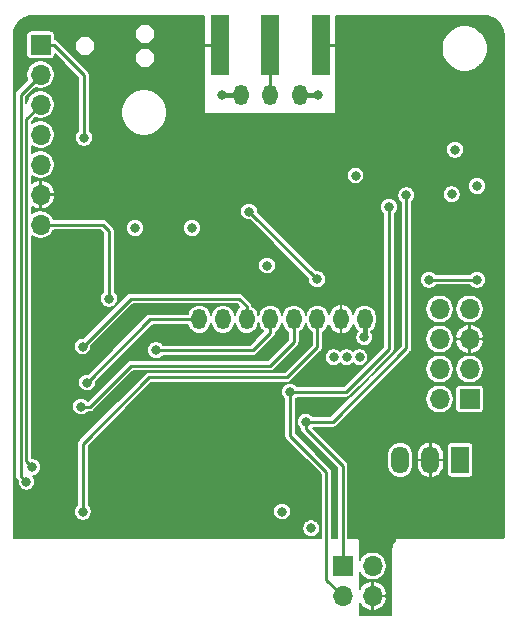
<source format=gbl>
G04 #@! TF.GenerationSoftware,KiCad,Pcbnew,(5.1.9-0-10_14)*
G04 #@! TF.CreationDate,2022-01-17T21:12:23+01:00*
G04 #@! TF.ProjectId,ithowifi_4l,6974686f-7769-4666-995f-346c2e6b6963,rev?*
G04 #@! TF.SameCoordinates,Original*
G04 #@! TF.FileFunction,Copper,L4,Bot*
G04 #@! TF.FilePolarity,Positive*
%FSLAX46Y46*%
G04 Gerber Fmt 4.6, Leading zero omitted, Abs format (unit mm)*
G04 Created by KiCad (PCBNEW (5.1.9-0-10_14)) date 2022-01-17 21:12:23*
%MOMM*%
%LPD*%
G01*
G04 APERTURE LIST*
G04 #@! TA.AperFunction,SMDPad,CuDef*
%ADD10O,1.300000X1.750000*%
G04 #@! TD*
G04 #@! TA.AperFunction,ComponentPad*
%ADD11C,1.500000*%
G04 #@! TD*
G04 #@! TA.AperFunction,ComponentPad*
%ADD12O,1.700000X1.700000*%
G04 #@! TD*
G04 #@! TA.AperFunction,ComponentPad*
%ADD13R,1.700000X1.700000*%
G04 #@! TD*
G04 #@! TA.AperFunction,SMDPad,CuDef*
%ADD14R,1.500000X5.080000*%
G04 #@! TD*
G04 #@! TA.AperFunction,ComponentPad*
%ADD15O,1.500000X2.300000*%
G04 #@! TD*
G04 #@! TA.AperFunction,ComponentPad*
%ADD16R,1.500000X2.300000*%
G04 #@! TD*
G04 #@! TA.AperFunction,ViaPad*
%ADD17C,0.800000*%
G04 #@! TD*
G04 #@! TA.AperFunction,Conductor*
%ADD18C,0.406400*%
G04 #@! TD*
G04 #@! TA.AperFunction,Conductor*
%ADD19C,0.250000*%
G04 #@! TD*
G04 #@! TA.AperFunction,Conductor*
%ADD20C,0.254000*%
G04 #@! TD*
G04 #@! TA.AperFunction,Conductor*
%ADD21C,0.293370*%
G04 #@! TD*
G04 #@! TA.AperFunction,Conductor*
%ADD22C,0.203200*%
G04 #@! TD*
G04 #@! TA.AperFunction,Conductor*
%ADD23C,0.100000*%
G04 #@! TD*
G04 APERTURE END LIST*
D10*
X107672000Y-112039000D03*
X105172000Y-112039000D03*
X102672000Y-112039000D03*
X99172000Y-131039000D03*
X101172000Y-131039000D03*
X103172000Y-131039000D03*
X105172000Y-131039000D03*
X107172000Y-131039000D03*
X109172000Y-131039000D03*
X111172000Y-131039000D03*
X113172000Y-131039000D03*
D11*
X105182180Y-109251460D03*
D12*
X113832000Y-154468000D03*
X111292000Y-154468000D03*
X113832000Y-151928000D03*
D13*
X111292000Y-151928000D03*
D12*
X85725000Y-123037600D03*
X85725000Y-120497600D03*
X85725000Y-117957600D03*
X85725000Y-115417600D03*
X85725000Y-112877600D03*
X85725000Y-110337600D03*
D13*
X85725000Y-107797600D03*
D14*
X100931400Y-107848400D03*
X109431400Y-107848400D03*
X105181400Y-107848400D03*
D15*
X116179600Y-142951200D03*
X118719600Y-142951200D03*
D16*
X121259600Y-142951200D03*
D13*
X122047000Y-137795000D03*
D12*
X119507000Y-137795000D03*
X122047000Y-135255000D03*
X119507000Y-135255000D03*
X122047000Y-132715000D03*
X119507000Y-132715000D03*
X122047000Y-130175000D03*
X119507000Y-130175000D03*
D17*
X95250000Y-139700000D03*
X98806000Y-139700000D03*
X97028000Y-139700000D03*
X98806000Y-142748000D03*
X97028000Y-142748000D03*
X95250000Y-142748000D03*
X95250000Y-141224000D03*
X98806000Y-141224000D03*
X97028000Y-141224000D03*
X99187000Y-105918000D03*
X99187000Y-107442000D03*
X99187000Y-109093000D03*
X101092000Y-112014000D03*
X109220000Y-112014000D03*
X101727000Y-132715000D03*
X89154000Y-148590000D03*
X106172000Y-148590000D03*
X99187000Y-110871000D03*
X99187000Y-112522000D03*
X99187000Y-114173000D03*
X111125000Y-105918000D03*
X111125000Y-107442000D03*
X111125000Y-109093000D03*
X111125000Y-110871000D03*
X111125000Y-114173000D03*
X111125000Y-112522000D03*
X105918000Y-114173000D03*
X109220000Y-114173000D03*
X102489000Y-114173000D03*
X104140000Y-114173000D03*
X100965000Y-114173000D03*
X107569000Y-114173000D03*
X102432000Y-138568000D03*
X112032000Y-139368000D03*
X111632000Y-124168000D03*
X112732000Y-124168000D03*
X110532000Y-124168000D03*
X86741000Y-128270000D03*
X122682000Y-127698500D03*
X118618000Y-127698500D03*
X106172000Y-147320000D03*
X122682000Y-119761000D03*
X108631500Y-148751000D03*
X120532000Y-120468000D03*
X120813090Y-116686900D03*
X111632000Y-134268000D03*
X112732000Y-134268000D03*
X110532000Y-134268000D03*
X113132002Y-132568000D03*
X112395000Y-118872000D03*
X98552000Y-123317000D03*
X93726000Y-123317000D03*
X104902000Y-126492000D03*
X89407998Y-115671600D03*
X85039200Y-143560804D03*
X84531209Y-144805391D03*
X89309400Y-147345400D03*
X95504000Y-133668000D03*
X89154000Y-138430000D03*
X89662000Y-136397998D03*
X89281000Y-133350000D03*
X106849400Y-137185400D03*
X115232000Y-121538998D03*
X116697000Y-120539000D03*
X108174600Y-139725400D03*
X109132000Y-127668006D03*
X103378008Y-121920000D03*
X91524600Y-129294600D03*
D18*
X110946800Y-131039000D02*
X110947200Y-131038600D01*
X101117000Y-112039000D02*
X101092000Y-112014000D01*
X102672000Y-112039000D02*
X101117000Y-112039000D01*
X109195000Y-112039000D02*
X109220000Y-112014000D01*
X107672000Y-112039000D02*
X109195000Y-112039000D01*
D19*
X99593400Y-107848400D02*
X99187000Y-107442000D01*
X100931400Y-107848400D02*
X99593400Y-107848400D01*
X109431400Y-107848400D02*
X109372400Y-107848400D01*
X110718600Y-107848400D02*
X111125000Y-107442000D01*
X109431400Y-107848400D02*
X110718600Y-107848400D01*
D20*
X122682000Y-127698500D02*
X118618000Y-127698500D01*
D18*
X113172000Y-131039000D02*
X113172000Y-132528002D01*
X113172000Y-132528002D02*
X113132002Y-132568000D01*
D20*
X89407998Y-110376598D02*
X89407998Y-115671600D01*
X86829000Y-107797600D02*
X89407998Y-110376598D01*
X85725000Y-107797600D02*
X86829000Y-107797600D01*
D19*
X85725000Y-112877600D02*
X84498611Y-114103989D01*
X84498611Y-114103989D02*
X84498611Y-143020215D01*
X84498611Y-143020215D02*
X85039200Y-143560804D01*
X84048600Y-144322782D02*
X84531209Y-144805391D01*
X85725000Y-110337600D02*
X84048600Y-112014000D01*
X84048600Y-112014000D02*
X84048600Y-144322782D01*
D20*
X89309400Y-141576600D02*
X89309400Y-147345400D01*
X94918000Y-135968000D02*
X89309400Y-141576600D01*
X106602000Y-135968000D02*
X94918000Y-135968000D01*
X109172000Y-133398000D02*
X106602000Y-135968000D01*
X109172000Y-131039000D02*
X109172000Y-133398000D01*
X103672000Y-133668000D02*
X95504000Y-133668000D01*
X105172000Y-132168000D02*
X103672000Y-133668000D01*
X105172000Y-131039000D02*
X105172000Y-132168000D01*
X107172000Y-131039000D02*
X107172000Y-132985000D01*
X107172000Y-132985000D02*
X105189000Y-134968000D01*
X105189000Y-134968000D02*
X93378000Y-134968000D01*
X93378000Y-134968000D02*
X89916000Y-138430000D01*
X89916000Y-138430000D02*
X89154000Y-138430000D01*
X99489000Y-131039000D02*
X99441000Y-131087000D01*
X99172000Y-131039000D02*
X95020998Y-131039000D01*
X95020998Y-131039000D02*
X89662000Y-136397998D01*
X93345000Y-129286000D02*
X89281000Y-133350000D01*
X102525500Y-129286000D02*
X93345000Y-129286000D01*
X103172000Y-129932500D02*
X102525500Y-129286000D01*
X103172000Y-131039000D02*
X103172000Y-129932500D01*
X106849400Y-140885400D02*
X106849400Y-137185400D01*
X109932000Y-153108000D02*
X109932000Y-143968000D01*
X109932000Y-143968000D02*
X106849400Y-140885400D01*
X111292000Y-154468000D02*
X109932000Y-153108000D01*
X115232000Y-133568000D02*
X115232000Y-121538998D01*
X106849400Y-137185400D02*
X111614600Y-137185400D01*
X111614600Y-137185400D02*
X115232000Y-133568000D01*
X111292000Y-151928000D02*
X111292000Y-143428000D01*
X108174600Y-140310600D02*
X108174600Y-139725400D01*
X111292000Y-143428000D02*
X108174600Y-140310600D01*
X110474600Y-139725400D02*
X108174600Y-139725400D01*
X116697000Y-133503000D02*
X110474600Y-139725400D01*
X116697000Y-120539000D02*
X116697000Y-133503000D01*
X109132000Y-127668006D02*
X103383994Y-121920000D01*
X103383994Y-121920000D02*
X103378008Y-121920000D01*
D19*
X91524600Y-123579600D02*
X91524600Y-129294600D01*
X85725000Y-123037600D02*
X90982600Y-123037600D01*
X90982600Y-123037600D02*
X91524600Y-123579600D01*
D21*
X105172000Y-107857800D02*
X105181400Y-107848400D01*
X105172000Y-112039000D02*
X105172000Y-107857800D01*
D22*
X99593400Y-113538000D02*
X99595352Y-113557821D01*
X99601134Y-113576881D01*
X99610523Y-113594446D01*
X99623158Y-113609842D01*
X99638554Y-113622477D01*
X99656119Y-113631866D01*
X99675179Y-113637648D01*
X99695000Y-113639600D01*
X110617000Y-113639600D01*
X110636821Y-113637648D01*
X110655881Y-113631866D01*
X110673446Y-113622477D01*
X110688842Y-113609842D01*
X110701477Y-113594446D01*
X110710866Y-113576881D01*
X110716648Y-113557821D01*
X110718600Y-113538000D01*
X110718600Y-107927390D01*
X119674400Y-107927390D01*
X119674400Y-108312610D01*
X119749553Y-108690427D01*
X119896970Y-109046324D01*
X120110987Y-109366622D01*
X120383378Y-109639013D01*
X120703676Y-109853030D01*
X121059573Y-110000447D01*
X121437390Y-110075600D01*
X121822610Y-110075600D01*
X122200427Y-110000447D01*
X122556324Y-109853030D01*
X122876622Y-109639013D01*
X123149013Y-109366622D01*
X123363030Y-109046324D01*
X123510447Y-108690427D01*
X123585600Y-108312610D01*
X123585600Y-107927390D01*
X123510447Y-107549573D01*
X123363030Y-107193676D01*
X123149013Y-106873378D01*
X122876622Y-106600987D01*
X122556324Y-106386970D01*
X122200427Y-106239553D01*
X121822610Y-106164400D01*
X121437390Y-106164400D01*
X121059573Y-106239553D01*
X120703676Y-106386970D01*
X120383378Y-106600987D01*
X120110987Y-106873378D01*
X119896970Y-107193676D01*
X119749553Y-107549573D01*
X119674400Y-107927390D01*
X110718600Y-107927390D01*
X110718600Y-105373600D01*
X123312165Y-105373600D01*
X123641308Y-105405873D01*
X123938841Y-105495703D01*
X124213253Y-105641612D01*
X124454097Y-105838041D01*
X124652203Y-106077508D01*
X124800026Y-106350901D01*
X124891929Y-106647793D01*
X124926400Y-106975759D01*
X124926401Y-149448158D01*
X124922695Y-149485957D01*
X124917480Y-149503228D01*
X124909006Y-149519166D01*
X124897606Y-149533144D01*
X124883695Y-149544652D01*
X124867829Y-149553231D01*
X124850590Y-149558567D01*
X124814122Y-149562400D01*
X116312079Y-149562400D01*
X116294786Y-149564103D01*
X116291750Y-149564082D01*
X116286113Y-149564634D01*
X116269310Y-149566400D01*
X115832000Y-149566400D01*
X115812179Y-149568352D01*
X115793119Y-149574134D01*
X115775554Y-149583523D01*
X115760158Y-149596158D01*
X115747523Y-149611554D01*
X115738134Y-149629119D01*
X115732352Y-149648179D01*
X115730400Y-149668000D01*
X115730400Y-149793463D01*
X115718675Y-149803163D01*
X115692783Y-149829238D01*
X115666510Y-149854966D01*
X115662900Y-149859329D01*
X115601224Y-149934950D01*
X115580887Y-149965560D01*
X115560108Y-149995907D01*
X115557414Y-150000888D01*
X115511602Y-150087049D01*
X115497585Y-150121059D01*
X115483114Y-150154822D01*
X115481439Y-150160232D01*
X115453234Y-150253650D01*
X115446094Y-150289709D01*
X115438450Y-150325673D01*
X115437858Y-150331305D01*
X115428336Y-150428422D01*
X115428336Y-150428432D01*
X115426401Y-150448079D01*
X115426400Y-155948168D01*
X115422695Y-155985957D01*
X115417480Y-156003228D01*
X115409006Y-156019166D01*
X115397606Y-156033144D01*
X115383695Y-156044652D01*
X115367829Y-156053231D01*
X115350590Y-156058567D01*
X115314122Y-156062400D01*
X112733600Y-156062400D01*
X112733600Y-155065585D01*
X112800829Y-155185795D01*
X112960677Y-155373174D01*
X113154010Y-155525768D01*
X113373398Y-155637712D01*
X113610409Y-155704705D01*
X113806600Y-155622544D01*
X113806600Y-154493400D01*
X113857400Y-154493400D01*
X113857400Y-155622544D01*
X114053591Y-155704705D01*
X114290602Y-155637712D01*
X114509990Y-155525768D01*
X114703323Y-155373174D01*
X114863171Y-155185795D01*
X114983392Y-154970831D01*
X115059366Y-154736544D01*
X115068704Y-154689591D01*
X114986521Y-154493400D01*
X113857400Y-154493400D01*
X113806600Y-154493400D01*
X113786600Y-154493400D01*
X113786600Y-154442600D01*
X113806600Y-154442600D01*
X113806600Y-153313456D01*
X113857400Y-153313456D01*
X113857400Y-154442600D01*
X114986521Y-154442600D01*
X115068704Y-154246409D01*
X115059366Y-154199456D01*
X114983392Y-153965169D01*
X114863171Y-153750205D01*
X114703323Y-153562826D01*
X114509990Y-153410232D01*
X114290602Y-153298288D01*
X114053591Y-153231295D01*
X113857400Y-153313456D01*
X113806600Y-153313456D01*
X113610409Y-153231295D01*
X113373398Y-153298288D01*
X113154010Y-153410232D01*
X112960677Y-153562826D01*
X112800829Y-153750205D01*
X112733600Y-153870415D01*
X112733600Y-152426612D01*
X112763611Y-152499066D01*
X112895550Y-152696525D01*
X113063475Y-152864450D01*
X113260934Y-152996389D01*
X113480340Y-153087269D01*
X113713259Y-153133600D01*
X113950741Y-153133600D01*
X114183660Y-153087269D01*
X114403066Y-152996389D01*
X114600525Y-152864450D01*
X114768450Y-152696525D01*
X114900389Y-152499066D01*
X114991269Y-152279660D01*
X115037600Y-152046741D01*
X115037600Y-151809259D01*
X114991269Y-151576340D01*
X114900389Y-151356934D01*
X114768450Y-151159475D01*
X114600525Y-150991550D01*
X114403066Y-150859611D01*
X114183660Y-150768731D01*
X113950741Y-150722400D01*
X113713259Y-150722400D01*
X113480340Y-150768731D01*
X113260934Y-150859611D01*
X113063475Y-150991550D01*
X112895550Y-151159475D01*
X112763611Y-151356934D01*
X112733600Y-151429388D01*
X112733600Y-149668000D01*
X112731648Y-149648179D01*
X112725866Y-149629119D01*
X112716477Y-149611554D01*
X112703842Y-149596158D01*
X112688446Y-149583523D01*
X112670881Y-149574134D01*
X112651821Y-149568352D01*
X112632000Y-149566400D01*
X111774600Y-149566400D01*
X111774600Y-143451696D01*
X111776934Y-143427999D01*
X111774600Y-143404302D01*
X111774600Y-143404293D01*
X111767617Y-143333394D01*
X111740022Y-143242423D01*
X111695209Y-143158585D01*
X111634901Y-143085099D01*
X111616482Y-143069983D01*
X111043391Y-142496892D01*
X115074000Y-142496892D01*
X115074000Y-143405507D01*
X115089998Y-143567934D01*
X115153217Y-143776341D01*
X115255880Y-143968410D01*
X115394040Y-144136760D01*
X115562390Y-144274920D01*
X115754458Y-144377583D01*
X115962865Y-144440802D01*
X116179600Y-144462149D01*
X116396334Y-144440802D01*
X116604741Y-144377583D01*
X116796810Y-144274920D01*
X116965160Y-144136760D01*
X117103320Y-143968410D01*
X117205983Y-143776342D01*
X117269202Y-143567935D01*
X117285200Y-143405508D01*
X117285200Y-142976600D01*
X117563200Y-142976600D01*
X117563200Y-143376600D01*
X117590375Y-143601714D01*
X117660946Y-143817201D01*
X117772200Y-144014780D01*
X117919862Y-144186858D01*
X118098258Y-144326822D01*
X118300531Y-144429294D01*
X118513656Y-144489114D01*
X118694200Y-144405694D01*
X118694200Y-142976600D01*
X118745000Y-142976600D01*
X118745000Y-144405694D01*
X118925544Y-144489114D01*
X119138669Y-144429294D01*
X119340942Y-144326822D01*
X119519338Y-144186858D01*
X119667000Y-144014780D01*
X119778254Y-143817201D01*
X119848825Y-143601714D01*
X119876000Y-143376600D01*
X119876000Y-142976600D01*
X118745000Y-142976600D01*
X118694200Y-142976600D01*
X117563200Y-142976600D01*
X117285200Y-142976600D01*
X117285200Y-142525800D01*
X117563200Y-142525800D01*
X117563200Y-142925800D01*
X118694200Y-142925800D01*
X118694200Y-141496706D01*
X118745000Y-141496706D01*
X118745000Y-142925800D01*
X119876000Y-142925800D01*
X119876000Y-142525800D01*
X119848825Y-142300686D01*
X119778254Y-142085199D01*
X119667000Y-141887620D01*
X119592843Y-141801200D01*
X120152280Y-141801200D01*
X120152280Y-144101200D01*
X120159146Y-144170910D01*
X120179479Y-144237940D01*
X120212499Y-144299716D01*
X120256937Y-144353863D01*
X120311084Y-144398301D01*
X120372860Y-144431321D01*
X120439890Y-144451654D01*
X120509600Y-144458520D01*
X122009600Y-144458520D01*
X122079310Y-144451654D01*
X122146340Y-144431321D01*
X122208116Y-144398301D01*
X122262263Y-144353863D01*
X122306701Y-144299716D01*
X122339721Y-144237940D01*
X122360054Y-144170910D01*
X122366920Y-144101200D01*
X122366920Y-141801200D01*
X122360054Y-141731490D01*
X122339721Y-141664460D01*
X122306701Y-141602684D01*
X122262263Y-141548537D01*
X122208116Y-141504099D01*
X122146340Y-141471079D01*
X122079310Y-141450746D01*
X122009600Y-141443880D01*
X120509600Y-141443880D01*
X120439890Y-141450746D01*
X120372860Y-141471079D01*
X120311084Y-141504099D01*
X120256937Y-141548537D01*
X120212499Y-141602684D01*
X120179479Y-141664460D01*
X120159146Y-141731490D01*
X120152280Y-141801200D01*
X119592843Y-141801200D01*
X119519338Y-141715542D01*
X119340942Y-141575578D01*
X119138669Y-141473106D01*
X118925544Y-141413286D01*
X118745000Y-141496706D01*
X118694200Y-141496706D01*
X118513656Y-141413286D01*
X118300531Y-141473106D01*
X118098258Y-141575578D01*
X117919862Y-141715542D01*
X117772200Y-141887620D01*
X117660946Y-142085199D01*
X117590375Y-142300686D01*
X117563200Y-142525800D01*
X117285200Y-142525800D01*
X117285200Y-142496893D01*
X117269202Y-142334466D01*
X117205983Y-142126058D01*
X117103320Y-141933990D01*
X116965160Y-141765640D01*
X116796810Y-141627480D01*
X116604742Y-141524817D01*
X116396335Y-141461598D01*
X116179600Y-141440251D01*
X115962866Y-141461598D01*
X115754459Y-141524817D01*
X115562391Y-141627480D01*
X115394041Y-141765640D01*
X115255881Y-141933990D01*
X115153218Y-142126058D01*
X115089998Y-142334465D01*
X115074000Y-142496892D01*
X111043391Y-142496892D01*
X108757540Y-140211041D01*
X108760580Y-140208000D01*
X110450895Y-140208000D01*
X110474600Y-140210335D01*
X110498305Y-140208000D01*
X110498307Y-140208000D01*
X110569206Y-140201017D01*
X110660177Y-140173422D01*
X110744015Y-140128609D01*
X110817501Y-140068301D01*
X110832617Y-140049882D01*
X113206240Y-137676259D01*
X118301400Y-137676259D01*
X118301400Y-137913741D01*
X118347731Y-138146660D01*
X118438611Y-138366066D01*
X118570550Y-138563525D01*
X118738475Y-138731450D01*
X118935934Y-138863389D01*
X119155340Y-138954269D01*
X119388259Y-139000600D01*
X119625741Y-139000600D01*
X119858660Y-138954269D01*
X120078066Y-138863389D01*
X120275525Y-138731450D01*
X120443450Y-138563525D01*
X120575389Y-138366066D01*
X120666269Y-138146660D01*
X120712600Y-137913741D01*
X120712600Y-137676259D01*
X120666269Y-137443340D01*
X120575389Y-137223934D01*
X120443450Y-137026475D01*
X120361975Y-136945000D01*
X120839680Y-136945000D01*
X120839680Y-138645000D01*
X120846546Y-138714710D01*
X120866879Y-138781740D01*
X120899899Y-138843516D01*
X120944337Y-138897663D01*
X120998484Y-138942101D01*
X121060260Y-138975121D01*
X121127290Y-138995454D01*
X121197000Y-139002320D01*
X122897000Y-139002320D01*
X122966710Y-138995454D01*
X123033740Y-138975121D01*
X123095516Y-138942101D01*
X123149663Y-138897663D01*
X123194101Y-138843516D01*
X123227121Y-138781740D01*
X123247454Y-138714710D01*
X123254320Y-138645000D01*
X123254320Y-136945000D01*
X123247454Y-136875290D01*
X123227121Y-136808260D01*
X123194101Y-136746484D01*
X123149663Y-136692337D01*
X123095516Y-136647899D01*
X123033740Y-136614879D01*
X122966710Y-136594546D01*
X122897000Y-136587680D01*
X121197000Y-136587680D01*
X121127290Y-136594546D01*
X121060260Y-136614879D01*
X120998484Y-136647899D01*
X120944337Y-136692337D01*
X120899899Y-136746484D01*
X120866879Y-136808260D01*
X120846546Y-136875290D01*
X120839680Y-136945000D01*
X120361975Y-136945000D01*
X120275525Y-136858550D01*
X120078066Y-136726611D01*
X119858660Y-136635731D01*
X119625741Y-136589400D01*
X119388259Y-136589400D01*
X119155340Y-136635731D01*
X118935934Y-136726611D01*
X118738475Y-136858550D01*
X118570550Y-137026475D01*
X118438611Y-137223934D01*
X118347731Y-137443340D01*
X118301400Y-137676259D01*
X113206240Y-137676259D01*
X115746240Y-135136259D01*
X118301400Y-135136259D01*
X118301400Y-135373741D01*
X118347731Y-135606660D01*
X118438611Y-135826066D01*
X118570550Y-136023525D01*
X118738475Y-136191450D01*
X118935934Y-136323389D01*
X119155340Y-136414269D01*
X119388259Y-136460600D01*
X119625741Y-136460600D01*
X119858660Y-136414269D01*
X120078066Y-136323389D01*
X120275525Y-136191450D01*
X120443450Y-136023525D01*
X120575389Y-135826066D01*
X120666269Y-135606660D01*
X120712600Y-135373741D01*
X120712600Y-135136259D01*
X120841400Y-135136259D01*
X120841400Y-135373741D01*
X120887731Y-135606660D01*
X120978611Y-135826066D01*
X121110550Y-136023525D01*
X121278475Y-136191450D01*
X121475934Y-136323389D01*
X121695340Y-136414269D01*
X121928259Y-136460600D01*
X122165741Y-136460600D01*
X122398660Y-136414269D01*
X122618066Y-136323389D01*
X122815525Y-136191450D01*
X122983450Y-136023525D01*
X123115389Y-135826066D01*
X123206269Y-135606660D01*
X123252600Y-135373741D01*
X123252600Y-135136259D01*
X123206269Y-134903340D01*
X123115389Y-134683934D01*
X122983450Y-134486475D01*
X122815525Y-134318550D01*
X122618066Y-134186611D01*
X122398660Y-134095731D01*
X122165741Y-134049400D01*
X121928259Y-134049400D01*
X121695340Y-134095731D01*
X121475934Y-134186611D01*
X121278475Y-134318550D01*
X121110550Y-134486475D01*
X120978611Y-134683934D01*
X120887731Y-134903340D01*
X120841400Y-135136259D01*
X120712600Y-135136259D01*
X120666269Y-134903340D01*
X120575389Y-134683934D01*
X120443450Y-134486475D01*
X120275525Y-134318550D01*
X120078066Y-134186611D01*
X119858660Y-134095731D01*
X119625741Y-134049400D01*
X119388259Y-134049400D01*
X119155340Y-134095731D01*
X118935934Y-134186611D01*
X118738475Y-134318550D01*
X118570550Y-134486475D01*
X118438611Y-134683934D01*
X118347731Y-134903340D01*
X118301400Y-135136259D01*
X115746240Y-135136259D01*
X117021482Y-133861017D01*
X117039901Y-133845901D01*
X117100209Y-133772415D01*
X117145022Y-133688577D01*
X117172617Y-133597606D01*
X117179600Y-133526707D01*
X117179600Y-133526698D01*
X117181934Y-133503001D01*
X117179600Y-133479304D01*
X117179600Y-132596259D01*
X118301400Y-132596259D01*
X118301400Y-132833741D01*
X118347731Y-133066660D01*
X118438611Y-133286066D01*
X118570550Y-133483525D01*
X118738475Y-133651450D01*
X118935934Y-133783389D01*
X119155340Y-133874269D01*
X119388259Y-133920600D01*
X119625741Y-133920600D01*
X119858660Y-133874269D01*
X120078066Y-133783389D01*
X120275525Y-133651450D01*
X120443450Y-133483525D01*
X120575389Y-133286066D01*
X120666269Y-133066660D01*
X120692141Y-132936591D01*
X120810296Y-132936591D01*
X120819634Y-132983544D01*
X120895608Y-133217831D01*
X121015829Y-133432795D01*
X121175677Y-133620174D01*
X121369010Y-133772768D01*
X121588398Y-133884712D01*
X121825409Y-133951705D01*
X122021600Y-133869544D01*
X122021600Y-132740400D01*
X122072400Y-132740400D01*
X122072400Y-133869544D01*
X122268591Y-133951705D01*
X122505602Y-133884712D01*
X122724990Y-133772768D01*
X122918323Y-133620174D01*
X123078171Y-133432795D01*
X123198392Y-133217831D01*
X123274366Y-132983544D01*
X123283704Y-132936591D01*
X123201521Y-132740400D01*
X122072400Y-132740400D01*
X122021600Y-132740400D01*
X120892479Y-132740400D01*
X120810296Y-132936591D01*
X120692141Y-132936591D01*
X120712600Y-132833741D01*
X120712600Y-132596259D01*
X120692142Y-132493409D01*
X120810296Y-132493409D01*
X120892479Y-132689600D01*
X122021600Y-132689600D01*
X122021600Y-131560456D01*
X122072400Y-131560456D01*
X122072400Y-132689600D01*
X123201521Y-132689600D01*
X123283704Y-132493409D01*
X123274366Y-132446456D01*
X123198392Y-132212169D01*
X123078171Y-131997205D01*
X122918323Y-131809826D01*
X122724990Y-131657232D01*
X122505602Y-131545288D01*
X122268591Y-131478295D01*
X122072400Y-131560456D01*
X122021600Y-131560456D01*
X121825409Y-131478295D01*
X121588398Y-131545288D01*
X121369010Y-131657232D01*
X121175677Y-131809826D01*
X121015829Y-131997205D01*
X120895608Y-132212169D01*
X120819634Y-132446456D01*
X120810296Y-132493409D01*
X120692142Y-132493409D01*
X120666269Y-132363340D01*
X120575389Y-132143934D01*
X120443450Y-131946475D01*
X120275525Y-131778550D01*
X120078066Y-131646611D01*
X119858660Y-131555731D01*
X119625741Y-131509400D01*
X119388259Y-131509400D01*
X119155340Y-131555731D01*
X118935934Y-131646611D01*
X118738475Y-131778550D01*
X118570550Y-131946475D01*
X118438611Y-132143934D01*
X118347731Y-132363340D01*
X118301400Y-132596259D01*
X117179600Y-132596259D01*
X117179600Y-130056259D01*
X118301400Y-130056259D01*
X118301400Y-130293741D01*
X118347731Y-130526660D01*
X118438611Y-130746066D01*
X118570550Y-130943525D01*
X118738475Y-131111450D01*
X118935934Y-131243389D01*
X119155340Y-131334269D01*
X119388259Y-131380600D01*
X119625741Y-131380600D01*
X119858660Y-131334269D01*
X120078066Y-131243389D01*
X120275525Y-131111450D01*
X120443450Y-130943525D01*
X120575389Y-130746066D01*
X120666269Y-130526660D01*
X120712600Y-130293741D01*
X120712600Y-130056259D01*
X120841400Y-130056259D01*
X120841400Y-130293741D01*
X120887731Y-130526660D01*
X120978611Y-130746066D01*
X121110550Y-130943525D01*
X121278475Y-131111450D01*
X121475934Y-131243389D01*
X121695340Y-131334269D01*
X121928259Y-131380600D01*
X122165741Y-131380600D01*
X122398660Y-131334269D01*
X122618066Y-131243389D01*
X122815525Y-131111450D01*
X122983450Y-130943525D01*
X123115389Y-130746066D01*
X123206269Y-130526660D01*
X123252600Y-130293741D01*
X123252600Y-130056259D01*
X123206269Y-129823340D01*
X123115389Y-129603934D01*
X122983450Y-129406475D01*
X122815525Y-129238550D01*
X122618066Y-129106611D01*
X122398660Y-129015731D01*
X122165741Y-128969400D01*
X121928259Y-128969400D01*
X121695340Y-129015731D01*
X121475934Y-129106611D01*
X121278475Y-129238550D01*
X121110550Y-129406475D01*
X120978611Y-129603934D01*
X120887731Y-129823340D01*
X120841400Y-130056259D01*
X120712600Y-130056259D01*
X120666269Y-129823340D01*
X120575389Y-129603934D01*
X120443450Y-129406475D01*
X120275525Y-129238550D01*
X120078066Y-129106611D01*
X119858660Y-129015731D01*
X119625741Y-128969400D01*
X119388259Y-128969400D01*
X119155340Y-129015731D01*
X118935934Y-129106611D01*
X118738475Y-129238550D01*
X118570550Y-129406475D01*
X118438611Y-129603934D01*
X118347731Y-129823340D01*
X118301400Y-130056259D01*
X117179600Y-130056259D01*
X117179600Y-127624080D01*
X117862400Y-127624080D01*
X117862400Y-127772920D01*
X117891437Y-127918900D01*
X117948396Y-128056411D01*
X118031087Y-128180167D01*
X118136333Y-128285413D01*
X118260089Y-128368104D01*
X118397600Y-128425063D01*
X118543580Y-128454100D01*
X118692420Y-128454100D01*
X118838400Y-128425063D01*
X118975911Y-128368104D01*
X119099667Y-128285413D01*
X119203980Y-128181100D01*
X122096020Y-128181100D01*
X122200333Y-128285413D01*
X122324089Y-128368104D01*
X122461600Y-128425063D01*
X122607580Y-128454100D01*
X122756420Y-128454100D01*
X122902400Y-128425063D01*
X123039911Y-128368104D01*
X123163667Y-128285413D01*
X123268913Y-128180167D01*
X123351604Y-128056411D01*
X123408563Y-127918900D01*
X123437600Y-127772920D01*
X123437600Y-127624080D01*
X123408563Y-127478100D01*
X123351604Y-127340589D01*
X123268913Y-127216833D01*
X123163667Y-127111587D01*
X123039911Y-127028896D01*
X122902400Y-126971937D01*
X122756420Y-126942900D01*
X122607580Y-126942900D01*
X122461600Y-126971937D01*
X122324089Y-127028896D01*
X122200333Y-127111587D01*
X122096020Y-127215900D01*
X119203980Y-127215900D01*
X119099667Y-127111587D01*
X118975911Y-127028896D01*
X118838400Y-126971937D01*
X118692420Y-126942900D01*
X118543580Y-126942900D01*
X118397600Y-126971937D01*
X118260089Y-127028896D01*
X118136333Y-127111587D01*
X118031087Y-127216833D01*
X117948396Y-127340589D01*
X117891437Y-127478100D01*
X117862400Y-127624080D01*
X117179600Y-127624080D01*
X117179600Y-121124980D01*
X117283913Y-121020667D01*
X117366604Y-120896911D01*
X117423563Y-120759400D01*
X117452600Y-120613420D01*
X117452600Y-120464580D01*
X117438478Y-120393580D01*
X119776400Y-120393580D01*
X119776400Y-120542420D01*
X119805437Y-120688400D01*
X119862396Y-120825911D01*
X119945087Y-120949667D01*
X120050333Y-121054913D01*
X120174089Y-121137604D01*
X120311600Y-121194563D01*
X120457580Y-121223600D01*
X120606420Y-121223600D01*
X120752400Y-121194563D01*
X120889911Y-121137604D01*
X121013667Y-121054913D01*
X121118913Y-120949667D01*
X121201604Y-120825911D01*
X121258563Y-120688400D01*
X121287600Y-120542420D01*
X121287600Y-120393580D01*
X121258563Y-120247600D01*
X121201604Y-120110089D01*
X121118913Y-119986333D01*
X121013667Y-119881087D01*
X120889911Y-119798396D01*
X120752400Y-119741437D01*
X120606420Y-119712400D01*
X120457580Y-119712400D01*
X120311600Y-119741437D01*
X120174089Y-119798396D01*
X120050333Y-119881087D01*
X119945087Y-119986333D01*
X119862396Y-120110089D01*
X119805437Y-120247600D01*
X119776400Y-120393580D01*
X117438478Y-120393580D01*
X117423563Y-120318600D01*
X117366604Y-120181089D01*
X117283913Y-120057333D01*
X117178667Y-119952087D01*
X117054911Y-119869396D01*
X116917400Y-119812437D01*
X116771420Y-119783400D01*
X116622580Y-119783400D01*
X116476600Y-119812437D01*
X116339089Y-119869396D01*
X116215333Y-119952087D01*
X116110087Y-120057333D01*
X116027396Y-120181089D01*
X115970437Y-120318600D01*
X115941400Y-120464580D01*
X115941400Y-120613420D01*
X115970437Y-120759400D01*
X116027396Y-120896911D01*
X116110087Y-121020667D01*
X116214400Y-121124980D01*
X116214401Y-133303100D01*
X110274701Y-139242800D01*
X108760580Y-139242800D01*
X108656267Y-139138487D01*
X108532511Y-139055796D01*
X108395000Y-138998837D01*
X108249020Y-138969800D01*
X108100180Y-138969800D01*
X107954200Y-138998837D01*
X107816689Y-139055796D01*
X107692933Y-139138487D01*
X107587687Y-139243733D01*
X107504996Y-139367489D01*
X107448037Y-139505000D01*
X107419000Y-139650980D01*
X107419000Y-139799820D01*
X107448037Y-139945800D01*
X107504996Y-140083311D01*
X107587687Y-140207067D01*
X107689804Y-140309184D01*
X107689665Y-140310600D01*
X107692000Y-140334305D01*
X107692000Y-140334306D01*
X107698983Y-140405205D01*
X107726578Y-140496176D01*
X107771391Y-140580015D01*
X107831699Y-140653501D01*
X107850118Y-140668617D01*
X110809401Y-143627900D01*
X110809400Y-149566400D01*
X110414600Y-149566400D01*
X110414600Y-143991707D01*
X110416935Y-143968000D01*
X110407617Y-143873393D01*
X110380022Y-143782423D01*
X110335208Y-143698584D01*
X110290013Y-143643513D01*
X110290012Y-143643512D01*
X110274901Y-143625099D01*
X110256488Y-143609988D01*
X107332000Y-140685501D01*
X107332000Y-137771380D01*
X107435380Y-137668000D01*
X111590895Y-137668000D01*
X111614600Y-137670335D01*
X111638305Y-137668000D01*
X111638307Y-137668000D01*
X111709206Y-137661017D01*
X111800177Y-137633422D01*
X111884015Y-137588609D01*
X111957501Y-137528301D01*
X111972617Y-137509882D01*
X115556488Y-133926012D01*
X115574901Y-133910901D01*
X115635209Y-133837415D01*
X115680022Y-133753577D01*
X115707617Y-133662606D01*
X115714600Y-133591707D01*
X115714600Y-133591706D01*
X115716935Y-133568001D01*
X115714600Y-133544296D01*
X115714600Y-122124978D01*
X115818913Y-122020665D01*
X115901604Y-121896909D01*
X115958563Y-121759398D01*
X115987600Y-121613418D01*
X115987600Y-121464578D01*
X115958563Y-121318598D01*
X115901604Y-121181087D01*
X115818913Y-121057331D01*
X115713667Y-120952085D01*
X115589911Y-120869394D01*
X115452400Y-120812435D01*
X115306420Y-120783398D01*
X115157580Y-120783398D01*
X115011600Y-120812435D01*
X114874089Y-120869394D01*
X114750333Y-120952085D01*
X114645087Y-121057331D01*
X114562396Y-121181087D01*
X114505437Y-121318598D01*
X114476400Y-121464578D01*
X114476400Y-121613418D01*
X114505437Y-121759398D01*
X114562396Y-121896909D01*
X114645087Y-122020665D01*
X114749401Y-122124979D01*
X114749400Y-133368100D01*
X111414701Y-136702800D01*
X107435380Y-136702800D01*
X107331067Y-136598487D01*
X107207311Y-136515796D01*
X107069800Y-136458837D01*
X106923820Y-136429800D01*
X106774980Y-136429800D01*
X106629000Y-136458837D01*
X106491489Y-136515796D01*
X106367733Y-136598487D01*
X106262487Y-136703733D01*
X106179796Y-136827489D01*
X106122837Y-136965000D01*
X106093800Y-137110980D01*
X106093800Y-137259820D01*
X106122837Y-137405800D01*
X106179796Y-137543311D01*
X106262487Y-137667067D01*
X106366801Y-137771381D01*
X106366800Y-140861695D01*
X106364465Y-140885400D01*
X106366800Y-140909105D01*
X106366800Y-140909106D01*
X106373783Y-140980005D01*
X106401378Y-141070976D01*
X106446191Y-141154815D01*
X106506499Y-141228301D01*
X106524918Y-141243417D01*
X109449401Y-144167901D01*
X109449400Y-149566400D01*
X104692534Y-149566400D01*
X104651921Y-149562400D01*
X104632000Y-149560438D01*
X104612079Y-149562400D01*
X87351921Y-149562400D01*
X87332000Y-149560438D01*
X87312079Y-149562400D01*
X87271466Y-149566400D01*
X83437600Y-149566400D01*
X83437600Y-148676580D01*
X107875900Y-148676580D01*
X107875900Y-148825420D01*
X107904937Y-148971400D01*
X107961896Y-149108911D01*
X108044587Y-149232667D01*
X108149833Y-149337913D01*
X108273589Y-149420604D01*
X108411100Y-149477563D01*
X108557080Y-149506600D01*
X108705920Y-149506600D01*
X108851900Y-149477563D01*
X108989411Y-149420604D01*
X109113167Y-149337913D01*
X109218413Y-149232667D01*
X109301104Y-149108911D01*
X109358063Y-148971400D01*
X109387100Y-148825420D01*
X109387100Y-148676580D01*
X109358063Y-148530600D01*
X109301104Y-148393089D01*
X109218413Y-148269333D01*
X109113167Y-148164087D01*
X108989411Y-148081396D01*
X108851900Y-148024437D01*
X108705920Y-147995400D01*
X108557080Y-147995400D01*
X108411100Y-148024437D01*
X108273589Y-148081396D01*
X108149833Y-148164087D01*
X108044587Y-148269333D01*
X107961896Y-148393089D01*
X107904937Y-148530600D01*
X107875900Y-148676580D01*
X83437600Y-148676580D01*
X83437600Y-112014000D01*
X83565675Y-112014000D01*
X83568000Y-112037604D01*
X83568001Y-144299168D01*
X83565675Y-144322782D01*
X83570445Y-144371208D01*
X83574955Y-144416996D01*
X83583030Y-144443617D01*
X83602436Y-144507590D01*
X83647063Y-144591080D01*
X83647064Y-144591081D01*
X83707121Y-144664262D01*
X83725460Y-144679313D01*
X83775859Y-144729712D01*
X83775609Y-144730971D01*
X83775609Y-144879811D01*
X83804646Y-145025791D01*
X83861605Y-145163302D01*
X83944296Y-145287058D01*
X84049542Y-145392304D01*
X84173298Y-145474995D01*
X84310809Y-145531954D01*
X84456789Y-145560991D01*
X84605629Y-145560991D01*
X84751609Y-145531954D01*
X84889120Y-145474995D01*
X85012876Y-145392304D01*
X85118122Y-145287058D01*
X85200813Y-145163302D01*
X85257772Y-145025791D01*
X85286809Y-144879811D01*
X85286809Y-144730971D01*
X85257772Y-144584991D01*
X85200813Y-144447480D01*
X85118122Y-144323724D01*
X85110802Y-144316404D01*
X85113620Y-144316404D01*
X85259600Y-144287367D01*
X85397111Y-144230408D01*
X85520867Y-144147717D01*
X85626113Y-144042471D01*
X85708804Y-143918715D01*
X85765763Y-143781204D01*
X85794800Y-143635224D01*
X85794800Y-143486384D01*
X85765763Y-143340404D01*
X85708804Y-143202893D01*
X85626113Y-143079137D01*
X85520867Y-142973891D01*
X85397111Y-142891200D01*
X85259600Y-142834241D01*
X85113620Y-142805204D01*
X84979211Y-142805204D01*
X84979211Y-138355580D01*
X88398400Y-138355580D01*
X88398400Y-138504420D01*
X88427437Y-138650400D01*
X88484396Y-138787911D01*
X88567087Y-138911667D01*
X88672333Y-139016913D01*
X88796089Y-139099604D01*
X88933600Y-139156563D01*
X89079580Y-139185600D01*
X89228420Y-139185600D01*
X89374400Y-139156563D01*
X89511911Y-139099604D01*
X89635667Y-139016913D01*
X89739980Y-138912600D01*
X89892295Y-138912600D01*
X89916000Y-138914935D01*
X89939705Y-138912600D01*
X89939707Y-138912600D01*
X90010606Y-138905617D01*
X90101577Y-138878022D01*
X90185415Y-138833209D01*
X90258901Y-138772901D01*
X90274017Y-138754482D01*
X93577899Y-135450600D01*
X105165295Y-135450600D01*
X105189000Y-135452935D01*
X105212705Y-135450600D01*
X105212707Y-135450600D01*
X105283606Y-135443617D01*
X105374577Y-135416022D01*
X105458415Y-135371209D01*
X105531901Y-135310901D01*
X105547017Y-135292482D01*
X107496482Y-133343017D01*
X107514901Y-133327901D01*
X107575209Y-133254415D01*
X107620022Y-133170577D01*
X107647617Y-133079606D01*
X107654600Y-133008707D01*
X107654600Y-133008698D01*
X107656934Y-132985001D01*
X107654600Y-132961304D01*
X107654600Y-132146282D01*
X107733384Y-132104171D01*
X107886507Y-131978507D01*
X108012171Y-131825384D01*
X108105548Y-131650688D01*
X108163049Y-131461131D01*
X108172000Y-131370252D01*
X108180951Y-131461132D01*
X108238452Y-131650688D01*
X108331830Y-131825384D01*
X108457494Y-131978507D01*
X108610617Y-132104171D01*
X108689400Y-132146282D01*
X108689401Y-133198099D01*
X106402101Y-135485400D01*
X94941704Y-135485400D01*
X94917999Y-135483065D01*
X94894294Y-135485400D01*
X94894293Y-135485400D01*
X94823394Y-135492383D01*
X94732423Y-135519978D01*
X94648585Y-135564791D01*
X94575099Y-135625099D01*
X94559983Y-135643518D01*
X88984918Y-141218583D01*
X88966499Y-141233699D01*
X88906191Y-141307185D01*
X88861378Y-141391024D01*
X88833783Y-141481995D01*
X88827229Y-141548537D01*
X88824465Y-141576600D01*
X88826800Y-141600305D01*
X88826801Y-146759419D01*
X88722487Y-146863733D01*
X88639796Y-146987489D01*
X88582837Y-147125000D01*
X88553800Y-147270980D01*
X88553800Y-147419820D01*
X88582837Y-147565800D01*
X88639796Y-147703311D01*
X88722487Y-147827067D01*
X88827733Y-147932313D01*
X88951489Y-148015004D01*
X89089000Y-148071963D01*
X89234980Y-148101000D01*
X89383820Y-148101000D01*
X89529800Y-148071963D01*
X89667311Y-148015004D01*
X89791067Y-147932313D01*
X89896313Y-147827067D01*
X89979004Y-147703311D01*
X90035963Y-147565800D01*
X90065000Y-147419820D01*
X90065000Y-147270980D01*
X90059948Y-147245580D01*
X105416400Y-147245580D01*
X105416400Y-147394420D01*
X105445437Y-147540400D01*
X105502396Y-147677911D01*
X105585087Y-147801667D01*
X105690333Y-147906913D01*
X105814089Y-147989604D01*
X105951600Y-148046563D01*
X106097580Y-148075600D01*
X106246420Y-148075600D01*
X106392400Y-148046563D01*
X106529911Y-147989604D01*
X106653667Y-147906913D01*
X106758913Y-147801667D01*
X106841604Y-147677911D01*
X106898563Y-147540400D01*
X106927600Y-147394420D01*
X106927600Y-147245580D01*
X106898563Y-147099600D01*
X106841604Y-146962089D01*
X106758913Y-146838333D01*
X106653667Y-146733087D01*
X106529911Y-146650396D01*
X106392400Y-146593437D01*
X106246420Y-146564400D01*
X106097580Y-146564400D01*
X105951600Y-146593437D01*
X105814089Y-146650396D01*
X105690333Y-146733087D01*
X105585087Y-146838333D01*
X105502396Y-146962089D01*
X105445437Y-147099600D01*
X105416400Y-147245580D01*
X90059948Y-147245580D01*
X90035963Y-147125000D01*
X89979004Y-146987489D01*
X89896313Y-146863733D01*
X89792000Y-146759420D01*
X89792000Y-141776499D01*
X95117899Y-136450600D01*
X106578295Y-136450600D01*
X106602000Y-136452935D01*
X106625705Y-136450600D01*
X106625707Y-136450600D01*
X106696606Y-136443617D01*
X106787577Y-136416022D01*
X106871415Y-136371209D01*
X106944901Y-136310901D01*
X106960017Y-136292482D01*
X109058919Y-134193580D01*
X109776400Y-134193580D01*
X109776400Y-134342420D01*
X109805437Y-134488400D01*
X109862396Y-134625911D01*
X109945087Y-134749667D01*
X110050333Y-134854913D01*
X110174089Y-134937604D01*
X110311600Y-134994563D01*
X110457580Y-135023600D01*
X110606420Y-135023600D01*
X110752400Y-134994563D01*
X110889911Y-134937604D01*
X111013667Y-134854913D01*
X111082000Y-134786580D01*
X111150333Y-134854913D01*
X111274089Y-134937604D01*
X111411600Y-134994563D01*
X111557580Y-135023600D01*
X111706420Y-135023600D01*
X111852400Y-134994563D01*
X111989911Y-134937604D01*
X112113667Y-134854913D01*
X112182000Y-134786580D01*
X112250333Y-134854913D01*
X112374089Y-134937604D01*
X112511600Y-134994563D01*
X112657580Y-135023600D01*
X112806420Y-135023600D01*
X112952400Y-134994563D01*
X113089911Y-134937604D01*
X113213667Y-134854913D01*
X113318913Y-134749667D01*
X113401604Y-134625911D01*
X113458563Y-134488400D01*
X113487600Y-134342420D01*
X113487600Y-134193580D01*
X113458563Y-134047600D01*
X113401604Y-133910089D01*
X113318913Y-133786333D01*
X113213667Y-133681087D01*
X113089911Y-133598396D01*
X112952400Y-133541437D01*
X112806420Y-133512400D01*
X112657580Y-133512400D01*
X112511600Y-133541437D01*
X112374089Y-133598396D01*
X112250333Y-133681087D01*
X112182000Y-133749420D01*
X112113667Y-133681087D01*
X111989911Y-133598396D01*
X111852400Y-133541437D01*
X111706420Y-133512400D01*
X111557580Y-133512400D01*
X111411600Y-133541437D01*
X111274089Y-133598396D01*
X111150333Y-133681087D01*
X111082000Y-133749420D01*
X111013667Y-133681087D01*
X110889911Y-133598396D01*
X110752400Y-133541437D01*
X110606420Y-133512400D01*
X110457580Y-133512400D01*
X110311600Y-133541437D01*
X110174089Y-133598396D01*
X110050333Y-133681087D01*
X109945087Y-133786333D01*
X109862396Y-133910089D01*
X109805437Y-134047600D01*
X109776400Y-134193580D01*
X109058919Y-134193580D01*
X109496488Y-133756012D01*
X109514901Y-133740901D01*
X109575209Y-133667415D01*
X109620022Y-133583577D01*
X109647617Y-133492606D01*
X109648512Y-133483525D01*
X109656935Y-133398000D01*
X109654600Y-133374293D01*
X109654600Y-132146282D01*
X109733384Y-132104171D01*
X109886507Y-131978507D01*
X110012171Y-131825384D01*
X110105548Y-131650688D01*
X110147063Y-131513831D01*
X110205734Y-131691733D01*
X110307747Y-131872023D01*
X110442973Y-132028947D01*
X110606215Y-132156475D01*
X110791200Y-132249706D01*
X110981703Y-132303119D01*
X111146600Y-132218462D01*
X111146600Y-131064400D01*
X111126600Y-131064400D01*
X111126600Y-131013600D01*
X111146600Y-131013600D01*
X111146600Y-129859538D01*
X111197400Y-129859538D01*
X111197400Y-131013600D01*
X111217400Y-131013600D01*
X111217400Y-131064400D01*
X111197400Y-131064400D01*
X111197400Y-132218462D01*
X111362297Y-132303119D01*
X111552800Y-132249706D01*
X111737785Y-132156475D01*
X111901027Y-132028947D01*
X112036253Y-131872023D01*
X112138266Y-131691733D01*
X112196937Y-131513831D01*
X112238452Y-131650688D01*
X112331830Y-131825384D01*
X112457494Y-131978507D01*
X112564828Y-132066594D01*
X112545089Y-132086333D01*
X112462398Y-132210089D01*
X112405439Y-132347600D01*
X112376402Y-132493580D01*
X112376402Y-132642420D01*
X112405439Y-132788400D01*
X112462398Y-132925911D01*
X112545089Y-133049667D01*
X112650335Y-133154913D01*
X112774091Y-133237604D01*
X112911602Y-133294563D01*
X113057582Y-133323600D01*
X113206422Y-133323600D01*
X113352402Y-133294563D01*
X113489913Y-133237604D01*
X113613669Y-133154913D01*
X113718915Y-133049667D01*
X113801606Y-132925911D01*
X113858565Y-132788400D01*
X113887602Y-132642420D01*
X113887602Y-132493580D01*
X113858565Y-132347600D01*
X113801606Y-132210089D01*
X113731505Y-132105175D01*
X113733384Y-132104171D01*
X113886507Y-131978507D01*
X114012171Y-131825384D01*
X114105548Y-131650688D01*
X114163049Y-131461131D01*
X114177600Y-131313394D01*
X114177600Y-130764605D01*
X114163049Y-130616868D01*
X114105548Y-130427312D01*
X114012171Y-130252616D01*
X113886507Y-130099493D01*
X113733384Y-129973829D01*
X113558687Y-129880452D01*
X113369131Y-129822951D01*
X113172000Y-129803535D01*
X112974868Y-129822951D01*
X112785312Y-129880452D01*
X112610616Y-129973829D01*
X112457493Y-130099493D01*
X112331829Y-130252616D01*
X112238452Y-130427313D01*
X112196937Y-130564169D01*
X112138266Y-130386267D01*
X112036253Y-130205977D01*
X111901027Y-130049053D01*
X111737785Y-129921525D01*
X111552800Y-129828294D01*
X111362297Y-129774881D01*
X111197400Y-129859538D01*
X111146600Y-129859538D01*
X110981703Y-129774881D01*
X110791200Y-129828294D01*
X110606215Y-129921525D01*
X110442973Y-130049053D01*
X110307747Y-130205977D01*
X110205734Y-130386267D01*
X110147063Y-130564169D01*
X110105548Y-130427312D01*
X110012171Y-130252616D01*
X109886507Y-130099493D01*
X109733384Y-129973829D01*
X109558687Y-129880452D01*
X109369131Y-129822951D01*
X109172000Y-129803535D01*
X108974868Y-129822951D01*
X108785312Y-129880452D01*
X108610616Y-129973829D01*
X108457493Y-130099493D01*
X108331829Y-130252616D01*
X108238452Y-130427313D01*
X108180951Y-130616869D01*
X108172000Y-130707748D01*
X108163049Y-130616868D01*
X108105548Y-130427312D01*
X108012171Y-130252616D01*
X107886507Y-130099493D01*
X107733384Y-129973829D01*
X107558687Y-129880452D01*
X107369131Y-129822951D01*
X107172000Y-129803535D01*
X106974868Y-129822951D01*
X106785312Y-129880452D01*
X106610616Y-129973829D01*
X106457493Y-130099493D01*
X106331829Y-130252616D01*
X106238452Y-130427313D01*
X106180951Y-130616869D01*
X106172000Y-130707748D01*
X106163049Y-130616868D01*
X106105548Y-130427312D01*
X106012171Y-130252616D01*
X105886507Y-130099493D01*
X105733384Y-129973829D01*
X105558687Y-129880452D01*
X105369131Y-129822951D01*
X105172000Y-129803535D01*
X104974868Y-129822951D01*
X104785312Y-129880452D01*
X104610616Y-129973829D01*
X104457493Y-130099493D01*
X104331829Y-130252616D01*
X104238452Y-130427313D01*
X104180951Y-130616869D01*
X104172000Y-130707748D01*
X104163049Y-130616868D01*
X104105548Y-130427312D01*
X104012171Y-130252616D01*
X103886507Y-130099493D01*
X103733384Y-129973829D01*
X103656891Y-129932943D01*
X103656935Y-129932499D01*
X103651913Y-129881513D01*
X103647617Y-129837894D01*
X103620022Y-129746923D01*
X103575209Y-129663085D01*
X103532043Y-129610487D01*
X103530013Y-129608013D01*
X103530012Y-129608012D01*
X103514901Y-129589599D01*
X103496487Y-129574487D01*
X102883517Y-128961518D01*
X102868401Y-128943099D01*
X102794915Y-128882791D01*
X102711077Y-128837978D01*
X102620106Y-128810383D01*
X102549207Y-128803400D01*
X102549205Y-128803400D01*
X102525500Y-128801065D01*
X102501795Y-128803400D01*
X93368707Y-128803400D01*
X93345000Y-128801065D01*
X93250393Y-128810383D01*
X93159423Y-128837978D01*
X93075585Y-128882791D01*
X93002099Y-128943099D01*
X92986988Y-128961512D01*
X89354101Y-132594400D01*
X89206580Y-132594400D01*
X89060600Y-132623437D01*
X88923089Y-132680396D01*
X88799333Y-132763087D01*
X88694087Y-132868333D01*
X88611396Y-132992089D01*
X88554437Y-133129600D01*
X88525400Y-133275580D01*
X88525400Y-133424420D01*
X88554437Y-133570400D01*
X88611396Y-133707911D01*
X88694087Y-133831667D01*
X88799333Y-133936913D01*
X88923089Y-134019604D01*
X89060600Y-134076563D01*
X89206580Y-134105600D01*
X89355420Y-134105600D01*
X89501400Y-134076563D01*
X89638911Y-134019604D01*
X89762667Y-133936913D01*
X89867913Y-133831667D01*
X89950604Y-133707911D01*
X90007563Y-133570400D01*
X90036600Y-133424420D01*
X90036600Y-133276899D01*
X93544900Y-129768600D01*
X102325601Y-129768600D01*
X102566793Y-130009793D01*
X102457493Y-130099493D01*
X102331829Y-130252616D01*
X102238452Y-130427313D01*
X102180951Y-130616869D01*
X102172000Y-130707748D01*
X102163049Y-130616868D01*
X102105548Y-130427312D01*
X102012171Y-130252616D01*
X101886507Y-130099493D01*
X101733384Y-129973829D01*
X101558687Y-129880452D01*
X101369131Y-129822951D01*
X101172000Y-129803535D01*
X100974868Y-129822951D01*
X100785312Y-129880452D01*
X100610616Y-129973829D01*
X100457493Y-130099493D01*
X100331829Y-130252616D01*
X100238452Y-130427313D01*
X100180951Y-130616869D01*
X100172000Y-130707748D01*
X100163049Y-130616868D01*
X100105548Y-130427312D01*
X100012171Y-130252616D01*
X99886507Y-130099493D01*
X99733384Y-129973829D01*
X99558687Y-129880452D01*
X99369131Y-129822951D01*
X99172000Y-129803535D01*
X98974868Y-129822951D01*
X98785312Y-129880452D01*
X98610616Y-129973829D01*
X98457493Y-130099493D01*
X98331829Y-130252616D01*
X98238452Y-130427313D01*
X98199294Y-130556400D01*
X95044705Y-130556400D01*
X95020998Y-130554065D01*
X94926391Y-130563383D01*
X94861738Y-130582995D01*
X94835421Y-130590978D01*
X94751583Y-130635791D01*
X94678097Y-130696099D01*
X94662986Y-130714512D01*
X89735101Y-135642398D01*
X89587580Y-135642398D01*
X89441600Y-135671435D01*
X89304089Y-135728394D01*
X89180333Y-135811085D01*
X89075087Y-135916331D01*
X88992396Y-136040087D01*
X88935437Y-136177598D01*
X88906400Y-136323578D01*
X88906400Y-136472418D01*
X88935437Y-136618398D01*
X88992396Y-136755909D01*
X89075087Y-136879665D01*
X89180333Y-136984911D01*
X89304089Y-137067602D01*
X89441600Y-137124561D01*
X89587580Y-137153598D01*
X89736420Y-137153598D01*
X89882400Y-137124561D01*
X90019911Y-137067602D01*
X90143667Y-136984911D01*
X90248913Y-136879665D01*
X90331604Y-136755909D01*
X90388563Y-136618398D01*
X90417600Y-136472418D01*
X90417600Y-136324897D01*
X95220898Y-131521600D01*
X98199294Y-131521600D01*
X98238452Y-131650688D01*
X98331830Y-131825384D01*
X98457494Y-131978507D01*
X98610617Y-132104171D01*
X98785313Y-132197548D01*
X98974869Y-132255049D01*
X99172000Y-132274465D01*
X99369132Y-132255049D01*
X99558688Y-132197548D01*
X99733384Y-132104171D01*
X99886507Y-131978507D01*
X100012171Y-131825384D01*
X100105548Y-131650688D01*
X100163049Y-131461131D01*
X100172000Y-131370252D01*
X100180951Y-131461132D01*
X100238452Y-131650688D01*
X100331830Y-131825384D01*
X100457494Y-131978507D01*
X100610617Y-132104171D01*
X100785313Y-132197548D01*
X100974869Y-132255049D01*
X101172000Y-132274465D01*
X101369132Y-132255049D01*
X101558688Y-132197548D01*
X101733384Y-132104171D01*
X101886507Y-131978507D01*
X102012171Y-131825384D01*
X102105548Y-131650688D01*
X102163049Y-131461131D01*
X102172000Y-131370252D01*
X102180951Y-131461132D01*
X102238452Y-131650688D01*
X102331830Y-131825384D01*
X102457494Y-131978507D01*
X102610617Y-132104171D01*
X102785313Y-132197548D01*
X102974869Y-132255049D01*
X103172000Y-132274465D01*
X103369132Y-132255049D01*
X103558688Y-132197548D01*
X103733384Y-132104171D01*
X103886507Y-131978507D01*
X104012171Y-131825384D01*
X104105548Y-131650688D01*
X104163049Y-131461131D01*
X104172000Y-131370252D01*
X104180951Y-131461132D01*
X104238452Y-131650688D01*
X104331830Y-131825384D01*
X104457494Y-131978507D01*
X104579152Y-132078349D01*
X103472101Y-133185400D01*
X96089980Y-133185400D01*
X95985667Y-133081087D01*
X95861911Y-132998396D01*
X95724400Y-132941437D01*
X95578420Y-132912400D01*
X95429580Y-132912400D01*
X95283600Y-132941437D01*
X95146089Y-132998396D01*
X95022333Y-133081087D01*
X94917087Y-133186333D01*
X94834396Y-133310089D01*
X94777437Y-133447600D01*
X94748400Y-133593580D01*
X94748400Y-133742420D01*
X94777437Y-133888400D01*
X94834396Y-134025911D01*
X94917087Y-134149667D01*
X95022333Y-134254913D01*
X95146089Y-134337604D01*
X95283600Y-134394563D01*
X95429580Y-134423600D01*
X95578420Y-134423600D01*
X95724400Y-134394563D01*
X95861911Y-134337604D01*
X95985667Y-134254913D01*
X96089980Y-134150600D01*
X103648295Y-134150600D01*
X103672000Y-134152935D01*
X103695705Y-134150600D01*
X103695707Y-134150600D01*
X103766606Y-134143617D01*
X103857577Y-134116022D01*
X103941415Y-134071209D01*
X104014901Y-134010901D01*
X104030017Y-133992482D01*
X105496482Y-132526017D01*
X105514901Y-132510901D01*
X105575209Y-132437415D01*
X105620022Y-132353577D01*
X105647617Y-132262606D01*
X105654600Y-132191707D01*
X105654600Y-132191706D01*
X105656935Y-132168001D01*
X105654786Y-132146183D01*
X105733384Y-132104171D01*
X105886507Y-131978507D01*
X106012171Y-131825384D01*
X106105548Y-131650688D01*
X106163049Y-131461131D01*
X106172000Y-131370252D01*
X106180951Y-131461132D01*
X106238452Y-131650688D01*
X106331830Y-131825384D01*
X106457494Y-131978507D01*
X106610617Y-132104171D01*
X106689401Y-132146282D01*
X106689401Y-132785100D01*
X104989101Y-134485400D01*
X93401696Y-134485400D01*
X93377999Y-134483066D01*
X93354302Y-134485400D01*
X93354293Y-134485400D01*
X93283394Y-134492383D01*
X93192423Y-134519978D01*
X93108585Y-134564791D01*
X93035099Y-134625099D01*
X93019983Y-134643518D01*
X89728041Y-137935461D01*
X89635667Y-137843087D01*
X89511911Y-137760396D01*
X89374400Y-137703437D01*
X89228420Y-137674400D01*
X89079580Y-137674400D01*
X88933600Y-137703437D01*
X88796089Y-137760396D01*
X88672333Y-137843087D01*
X88567087Y-137948333D01*
X88484396Y-138072089D01*
X88427437Y-138209600D01*
X88398400Y-138355580D01*
X84979211Y-138355580D01*
X84979211Y-123989242D01*
X85153934Y-124105989D01*
X85373340Y-124196869D01*
X85606259Y-124243200D01*
X85843741Y-124243200D01*
X86076660Y-124196869D01*
X86296066Y-124105989D01*
X86493525Y-123974050D01*
X86661450Y-123806125D01*
X86793389Y-123608666D01*
X86830861Y-123518200D01*
X90783530Y-123518200D01*
X91044000Y-123778671D01*
X91044001Y-128706973D01*
X91042933Y-128707687D01*
X90937687Y-128812933D01*
X90854996Y-128936689D01*
X90798037Y-129074200D01*
X90769000Y-129220180D01*
X90769000Y-129369020D01*
X90798037Y-129515000D01*
X90854996Y-129652511D01*
X90937687Y-129776267D01*
X91042933Y-129881513D01*
X91166689Y-129964204D01*
X91304200Y-130021163D01*
X91450180Y-130050200D01*
X91599020Y-130050200D01*
X91745000Y-130021163D01*
X91882511Y-129964204D01*
X92006267Y-129881513D01*
X92111513Y-129776267D01*
X92194204Y-129652511D01*
X92251163Y-129515000D01*
X92280200Y-129369020D01*
X92280200Y-129220180D01*
X92251163Y-129074200D01*
X92194204Y-128936689D01*
X92111513Y-128812933D01*
X92006267Y-128707687D01*
X92005200Y-128706974D01*
X92005200Y-126417580D01*
X104146400Y-126417580D01*
X104146400Y-126566420D01*
X104175437Y-126712400D01*
X104232396Y-126849911D01*
X104315087Y-126973667D01*
X104420333Y-127078913D01*
X104544089Y-127161604D01*
X104681600Y-127218563D01*
X104827580Y-127247600D01*
X104976420Y-127247600D01*
X105122400Y-127218563D01*
X105259911Y-127161604D01*
X105383667Y-127078913D01*
X105488913Y-126973667D01*
X105571604Y-126849911D01*
X105628563Y-126712400D01*
X105657600Y-126566420D01*
X105657600Y-126417580D01*
X105628563Y-126271600D01*
X105571604Y-126134089D01*
X105488913Y-126010333D01*
X105383667Y-125905087D01*
X105259911Y-125822396D01*
X105122400Y-125765437D01*
X104976420Y-125736400D01*
X104827580Y-125736400D01*
X104681600Y-125765437D01*
X104544089Y-125822396D01*
X104420333Y-125905087D01*
X104315087Y-126010333D01*
X104232396Y-126134089D01*
X104175437Y-126271600D01*
X104146400Y-126417580D01*
X92005200Y-126417580D01*
X92005200Y-123603204D01*
X92007525Y-123579600D01*
X92005200Y-123555993D01*
X91998246Y-123485386D01*
X91970765Y-123394793D01*
X91926137Y-123311301D01*
X91869741Y-123242580D01*
X92970400Y-123242580D01*
X92970400Y-123391420D01*
X92999437Y-123537400D01*
X93056396Y-123674911D01*
X93139087Y-123798667D01*
X93244333Y-123903913D01*
X93368089Y-123986604D01*
X93505600Y-124043563D01*
X93651580Y-124072600D01*
X93800420Y-124072600D01*
X93946400Y-124043563D01*
X94083911Y-123986604D01*
X94207667Y-123903913D01*
X94312913Y-123798667D01*
X94395604Y-123674911D01*
X94452563Y-123537400D01*
X94481600Y-123391420D01*
X94481600Y-123242580D01*
X97796400Y-123242580D01*
X97796400Y-123391420D01*
X97825437Y-123537400D01*
X97882396Y-123674911D01*
X97965087Y-123798667D01*
X98070333Y-123903913D01*
X98194089Y-123986604D01*
X98331600Y-124043563D01*
X98477580Y-124072600D01*
X98626420Y-124072600D01*
X98772400Y-124043563D01*
X98909911Y-123986604D01*
X99033667Y-123903913D01*
X99138913Y-123798667D01*
X99221604Y-123674911D01*
X99278563Y-123537400D01*
X99307600Y-123391420D01*
X99307600Y-123242580D01*
X99278563Y-123096600D01*
X99221604Y-122959089D01*
X99138913Y-122835333D01*
X99033667Y-122730087D01*
X98909911Y-122647396D01*
X98772400Y-122590437D01*
X98626420Y-122561400D01*
X98477580Y-122561400D01*
X98331600Y-122590437D01*
X98194089Y-122647396D01*
X98070333Y-122730087D01*
X97965087Y-122835333D01*
X97882396Y-122959089D01*
X97825437Y-123096600D01*
X97796400Y-123242580D01*
X94481600Y-123242580D01*
X94452563Y-123096600D01*
X94395604Y-122959089D01*
X94312913Y-122835333D01*
X94207667Y-122730087D01*
X94083911Y-122647396D01*
X93946400Y-122590437D01*
X93800420Y-122561400D01*
X93651580Y-122561400D01*
X93505600Y-122590437D01*
X93368089Y-122647396D01*
X93244333Y-122730087D01*
X93139087Y-122835333D01*
X93056396Y-122959089D01*
X92999437Y-123096600D01*
X92970400Y-123242580D01*
X91869741Y-123242580D01*
X91866080Y-123238120D01*
X91847740Y-123223069D01*
X91339135Y-122714465D01*
X91324080Y-122696120D01*
X91250899Y-122636063D01*
X91167407Y-122591435D01*
X91076814Y-122563954D01*
X91006207Y-122557000D01*
X91006204Y-122557000D01*
X90982600Y-122554675D01*
X90958996Y-122557000D01*
X86830861Y-122557000D01*
X86793389Y-122466534D01*
X86661450Y-122269075D01*
X86493525Y-122101150D01*
X86296066Y-121969211D01*
X86076660Y-121878331D01*
X85912012Y-121845580D01*
X102622408Y-121845580D01*
X102622408Y-121994420D01*
X102651445Y-122140400D01*
X102708404Y-122277911D01*
X102791095Y-122401667D01*
X102896341Y-122506913D01*
X103020097Y-122589604D01*
X103157608Y-122646563D01*
X103303588Y-122675600D01*
X103452428Y-122675600D01*
X103456321Y-122674826D01*
X108376400Y-127594906D01*
X108376400Y-127742426D01*
X108405437Y-127888406D01*
X108462396Y-128025917D01*
X108545087Y-128149673D01*
X108650333Y-128254919D01*
X108774089Y-128337610D01*
X108911600Y-128394569D01*
X109057580Y-128423606D01*
X109206420Y-128423606D01*
X109352400Y-128394569D01*
X109489911Y-128337610D01*
X109613667Y-128254919D01*
X109718913Y-128149673D01*
X109801604Y-128025917D01*
X109858563Y-127888406D01*
X109887600Y-127742426D01*
X109887600Y-127593586D01*
X109858563Y-127447606D01*
X109801604Y-127310095D01*
X109718913Y-127186339D01*
X109613667Y-127081093D01*
X109489911Y-126998402D01*
X109352400Y-126941443D01*
X109206420Y-126912406D01*
X109058900Y-126912406D01*
X104133608Y-121987115D01*
X104133608Y-121845580D01*
X104104571Y-121699600D01*
X104047612Y-121562089D01*
X103964921Y-121438333D01*
X103859675Y-121333087D01*
X103735919Y-121250396D01*
X103598408Y-121193437D01*
X103452428Y-121164400D01*
X103303588Y-121164400D01*
X103157608Y-121193437D01*
X103020097Y-121250396D01*
X102896341Y-121333087D01*
X102791095Y-121438333D01*
X102708404Y-121562089D01*
X102651445Y-121699600D01*
X102622408Y-121845580D01*
X85912012Y-121845580D01*
X85843741Y-121832000D01*
X85606259Y-121832000D01*
X85373340Y-121878331D01*
X85153934Y-121969211D01*
X84979211Y-122085958D01*
X84979211Y-121501856D01*
X85047010Y-121555368D01*
X85266398Y-121667312D01*
X85503409Y-121734305D01*
X85699600Y-121652144D01*
X85699600Y-120523000D01*
X85750400Y-120523000D01*
X85750400Y-121652144D01*
X85946591Y-121734305D01*
X86183602Y-121667312D01*
X86402990Y-121555368D01*
X86596323Y-121402774D01*
X86756171Y-121215395D01*
X86876392Y-121000431D01*
X86952366Y-120766144D01*
X86961704Y-120719191D01*
X86879521Y-120523000D01*
X85750400Y-120523000D01*
X85699600Y-120523000D01*
X85679600Y-120523000D01*
X85679600Y-120472200D01*
X85699600Y-120472200D01*
X85699600Y-119343056D01*
X85750400Y-119343056D01*
X85750400Y-120472200D01*
X86879521Y-120472200D01*
X86961704Y-120276009D01*
X86952366Y-120229056D01*
X86876392Y-119994769D01*
X86756171Y-119779805D01*
X86676644Y-119686580D01*
X121926400Y-119686580D01*
X121926400Y-119835420D01*
X121955437Y-119981400D01*
X122012396Y-120118911D01*
X122095087Y-120242667D01*
X122200333Y-120347913D01*
X122324089Y-120430604D01*
X122461600Y-120487563D01*
X122607580Y-120516600D01*
X122756420Y-120516600D01*
X122902400Y-120487563D01*
X123039911Y-120430604D01*
X123163667Y-120347913D01*
X123268913Y-120242667D01*
X123351604Y-120118911D01*
X123408563Y-119981400D01*
X123437600Y-119835420D01*
X123437600Y-119686580D01*
X123408563Y-119540600D01*
X123351604Y-119403089D01*
X123268913Y-119279333D01*
X123163667Y-119174087D01*
X123039911Y-119091396D01*
X122902400Y-119034437D01*
X122756420Y-119005400D01*
X122607580Y-119005400D01*
X122461600Y-119034437D01*
X122324089Y-119091396D01*
X122200333Y-119174087D01*
X122095087Y-119279333D01*
X122012396Y-119403089D01*
X121955437Y-119540600D01*
X121926400Y-119686580D01*
X86676644Y-119686580D01*
X86596323Y-119592426D01*
X86402990Y-119439832D01*
X86183602Y-119327888D01*
X85946591Y-119260895D01*
X85750400Y-119343056D01*
X85699600Y-119343056D01*
X85503409Y-119260895D01*
X85266398Y-119327888D01*
X85047010Y-119439832D01*
X84979211Y-119493344D01*
X84979211Y-118909242D01*
X85153934Y-119025989D01*
X85373340Y-119116869D01*
X85606259Y-119163200D01*
X85843741Y-119163200D01*
X86076660Y-119116869D01*
X86296066Y-119025989D01*
X86493525Y-118894050D01*
X86589995Y-118797580D01*
X111639400Y-118797580D01*
X111639400Y-118946420D01*
X111668437Y-119092400D01*
X111725396Y-119229911D01*
X111808087Y-119353667D01*
X111913333Y-119458913D01*
X112037089Y-119541604D01*
X112174600Y-119598563D01*
X112320580Y-119627600D01*
X112469420Y-119627600D01*
X112615400Y-119598563D01*
X112752911Y-119541604D01*
X112876667Y-119458913D01*
X112981913Y-119353667D01*
X113064604Y-119229911D01*
X113121563Y-119092400D01*
X113150600Y-118946420D01*
X113150600Y-118797580D01*
X113121563Y-118651600D01*
X113064604Y-118514089D01*
X112981913Y-118390333D01*
X112876667Y-118285087D01*
X112752911Y-118202396D01*
X112615400Y-118145437D01*
X112469420Y-118116400D01*
X112320580Y-118116400D01*
X112174600Y-118145437D01*
X112037089Y-118202396D01*
X111913333Y-118285087D01*
X111808087Y-118390333D01*
X111725396Y-118514089D01*
X111668437Y-118651600D01*
X111639400Y-118797580D01*
X86589995Y-118797580D01*
X86661450Y-118726125D01*
X86793389Y-118528666D01*
X86884269Y-118309260D01*
X86930600Y-118076341D01*
X86930600Y-117838859D01*
X86884269Y-117605940D01*
X86793389Y-117386534D01*
X86661450Y-117189075D01*
X86493525Y-117021150D01*
X86296066Y-116889211D01*
X86076660Y-116798331D01*
X85843741Y-116752000D01*
X85606259Y-116752000D01*
X85373340Y-116798331D01*
X85153934Y-116889211D01*
X84979211Y-117005958D01*
X84979211Y-116369242D01*
X85153934Y-116485989D01*
X85373340Y-116576869D01*
X85606259Y-116623200D01*
X85843741Y-116623200D01*
X85897633Y-116612480D01*
X120057490Y-116612480D01*
X120057490Y-116761320D01*
X120086527Y-116907300D01*
X120143486Y-117044811D01*
X120226177Y-117168567D01*
X120331423Y-117273813D01*
X120455179Y-117356504D01*
X120592690Y-117413463D01*
X120738670Y-117442500D01*
X120887510Y-117442500D01*
X121033490Y-117413463D01*
X121171001Y-117356504D01*
X121294757Y-117273813D01*
X121400003Y-117168567D01*
X121482694Y-117044811D01*
X121539653Y-116907300D01*
X121568690Y-116761320D01*
X121568690Y-116612480D01*
X121539653Y-116466500D01*
X121482694Y-116328989D01*
X121400003Y-116205233D01*
X121294757Y-116099987D01*
X121171001Y-116017296D01*
X121033490Y-115960337D01*
X120887510Y-115931300D01*
X120738670Y-115931300D01*
X120592690Y-115960337D01*
X120455179Y-116017296D01*
X120331423Y-116099987D01*
X120226177Y-116205233D01*
X120143486Y-116328989D01*
X120086527Y-116466500D01*
X120057490Y-116612480D01*
X85897633Y-116612480D01*
X86076660Y-116576869D01*
X86296066Y-116485989D01*
X86493525Y-116354050D01*
X86661450Y-116186125D01*
X86793389Y-115988666D01*
X86884269Y-115769260D01*
X86930600Y-115536341D01*
X86930600Y-115298859D01*
X86884269Y-115065940D01*
X86793389Y-114846534D01*
X86661450Y-114649075D01*
X86493525Y-114481150D01*
X86296066Y-114349211D01*
X86076660Y-114258331D01*
X85843741Y-114212000D01*
X85606259Y-114212000D01*
X85373340Y-114258331D01*
X85153934Y-114349211D01*
X84979211Y-114465958D01*
X84979211Y-114303059D01*
X85282873Y-113999397D01*
X85373340Y-114036869D01*
X85606259Y-114083200D01*
X85843741Y-114083200D01*
X86076660Y-114036869D01*
X86296066Y-113945989D01*
X86493525Y-113814050D01*
X86661450Y-113646125D01*
X86793389Y-113448666D01*
X86884269Y-113229260D01*
X86930600Y-112996341D01*
X86930600Y-112758859D01*
X86884269Y-112525940D01*
X86793389Y-112306534D01*
X86661450Y-112109075D01*
X86493525Y-111941150D01*
X86296066Y-111809211D01*
X86076660Y-111718331D01*
X85843741Y-111672000D01*
X85606259Y-111672000D01*
X85373340Y-111718331D01*
X85153934Y-111809211D01*
X84956475Y-111941150D01*
X84788550Y-112109075D01*
X84656611Y-112306534D01*
X84565731Y-112525940D01*
X84529200Y-112709592D01*
X84529200Y-112213070D01*
X85282874Y-111459397D01*
X85373340Y-111496869D01*
X85606259Y-111543200D01*
X85843741Y-111543200D01*
X86076660Y-111496869D01*
X86296066Y-111405989D01*
X86493525Y-111274050D01*
X86661450Y-111106125D01*
X86793389Y-110908666D01*
X86884269Y-110689260D01*
X86930600Y-110456341D01*
X86930600Y-110218859D01*
X86884269Y-109985940D01*
X86793389Y-109766534D01*
X86661450Y-109569075D01*
X86493525Y-109401150D01*
X86296066Y-109269211D01*
X86076660Y-109178331D01*
X85843741Y-109132000D01*
X85606259Y-109132000D01*
X85373340Y-109178331D01*
X85153934Y-109269211D01*
X84956475Y-109401150D01*
X84788550Y-109569075D01*
X84656611Y-109766534D01*
X84565731Y-109985940D01*
X84519400Y-110218859D01*
X84519400Y-110456341D01*
X84565731Y-110689260D01*
X84603203Y-110779726D01*
X83725465Y-111657465D01*
X83707120Y-111672520D01*
X83647063Y-111745701D01*
X83602435Y-111829194D01*
X83574954Y-111919787D01*
X83568000Y-111990393D01*
X83565675Y-112014000D01*
X83437600Y-112014000D01*
X83437600Y-106987835D01*
X83441545Y-106947600D01*
X84517680Y-106947600D01*
X84517680Y-108647600D01*
X84524546Y-108717310D01*
X84544879Y-108784340D01*
X84577899Y-108846116D01*
X84622337Y-108900263D01*
X84676484Y-108944701D01*
X84738260Y-108977721D01*
X84805290Y-108998054D01*
X84875000Y-109004920D01*
X86575000Y-109004920D01*
X86644710Y-108998054D01*
X86711740Y-108977721D01*
X86773516Y-108944701D01*
X86827663Y-108900263D01*
X86872101Y-108846116D01*
X86905121Y-108784340D01*
X86925454Y-108717310D01*
X86932320Y-108647600D01*
X86932320Y-108583419D01*
X88925398Y-110576498D01*
X88925399Y-115085619D01*
X88821085Y-115189933D01*
X88738394Y-115313689D01*
X88681435Y-115451200D01*
X88652398Y-115597180D01*
X88652398Y-115746020D01*
X88681435Y-115892000D01*
X88738394Y-116029511D01*
X88821085Y-116153267D01*
X88926331Y-116258513D01*
X89050087Y-116341204D01*
X89187598Y-116398163D01*
X89333578Y-116427200D01*
X89482418Y-116427200D01*
X89628398Y-116398163D01*
X89765909Y-116341204D01*
X89889665Y-116258513D01*
X89994911Y-116153267D01*
X90077602Y-116029511D01*
X90134561Y-115892000D01*
X90163598Y-115746020D01*
X90163598Y-115597180D01*
X90134561Y-115451200D01*
X90077602Y-115313689D01*
X89994911Y-115189933D01*
X89890598Y-115085620D01*
X89890598Y-113345390D01*
X92532400Y-113345390D01*
X92532400Y-113730610D01*
X92607553Y-114108427D01*
X92754970Y-114464324D01*
X92968987Y-114784622D01*
X93241378Y-115057013D01*
X93561676Y-115271030D01*
X93917573Y-115418447D01*
X94295390Y-115493600D01*
X94680610Y-115493600D01*
X95058427Y-115418447D01*
X95414324Y-115271030D01*
X95734622Y-115057013D01*
X96007013Y-114784622D01*
X96221030Y-114464324D01*
X96368447Y-114108427D01*
X96443600Y-113730610D01*
X96443600Y-113345390D01*
X96368447Y-112967573D01*
X96221030Y-112611676D01*
X96007013Y-112291378D01*
X95734622Y-112018987D01*
X95414324Y-111804970D01*
X95058427Y-111657553D01*
X94680610Y-111582400D01*
X94295390Y-111582400D01*
X93917573Y-111657553D01*
X93561676Y-111804970D01*
X93241378Y-112018987D01*
X92968987Y-112291378D01*
X92754970Y-112611676D01*
X92607553Y-112967573D01*
X92532400Y-113345390D01*
X89890598Y-113345390D01*
X89890598Y-110400305D01*
X89892933Y-110376598D01*
X89883615Y-110281991D01*
X89856020Y-110191021D01*
X89835586Y-110152792D01*
X89811207Y-110107183D01*
X89750899Y-110033697D01*
X89732486Y-110018586D01*
X88547494Y-108833594D01*
X93725100Y-108833594D01*
X93725100Y-109001206D01*
X93757800Y-109165598D01*
X93821942Y-109320452D01*
X93915063Y-109459817D01*
X94033583Y-109578337D01*
X94172948Y-109671458D01*
X94327802Y-109735600D01*
X94492194Y-109768300D01*
X94659806Y-109768300D01*
X94824198Y-109735600D01*
X94979052Y-109671458D01*
X95118417Y-109578337D01*
X95236937Y-109459817D01*
X95330058Y-109320452D01*
X95394200Y-109165598D01*
X95426900Y-109001206D01*
X95426900Y-108833594D01*
X95394200Y-108669202D01*
X95330058Y-108514348D01*
X95236937Y-108374983D01*
X95118417Y-108256463D01*
X94979052Y-108163342D01*
X94824198Y-108099200D01*
X94659806Y-108066500D01*
X94492194Y-108066500D01*
X94327802Y-108099200D01*
X94172948Y-108163342D01*
X94033583Y-108256463D01*
X93915063Y-108374983D01*
X93821942Y-108514348D01*
X93757800Y-108669202D01*
X93725100Y-108833594D01*
X88547494Y-108833594D01*
X87531494Y-107817594D01*
X88645100Y-107817594D01*
X88645100Y-107985206D01*
X88677800Y-108149598D01*
X88741942Y-108304452D01*
X88835063Y-108443817D01*
X88953583Y-108562337D01*
X89092948Y-108655458D01*
X89247802Y-108719600D01*
X89412194Y-108752300D01*
X89579806Y-108752300D01*
X89744198Y-108719600D01*
X89899052Y-108655458D01*
X90038417Y-108562337D01*
X90156937Y-108443817D01*
X90250058Y-108304452D01*
X90314200Y-108149598D01*
X90346900Y-107985206D01*
X90346900Y-107817594D01*
X90314200Y-107653202D01*
X90250058Y-107498348D01*
X90156937Y-107358983D01*
X90038417Y-107240463D01*
X89899052Y-107147342D01*
X89744198Y-107083200D01*
X89579806Y-107050500D01*
X89412194Y-107050500D01*
X89247802Y-107083200D01*
X89092948Y-107147342D01*
X88953583Y-107240463D01*
X88835063Y-107358983D01*
X88741942Y-107498348D01*
X88677800Y-107653202D01*
X88645100Y-107817594D01*
X87531494Y-107817594D01*
X87187017Y-107473118D01*
X87171901Y-107454699D01*
X87098415Y-107394391D01*
X87014577Y-107349578D01*
X86932320Y-107324626D01*
X86932320Y-106947600D01*
X86925454Y-106877890D01*
X86905121Y-106810860D01*
X86900169Y-106801594D01*
X93725100Y-106801594D01*
X93725100Y-106969206D01*
X93757800Y-107133598D01*
X93821942Y-107288452D01*
X93915063Y-107427817D01*
X94033583Y-107546337D01*
X94172948Y-107639458D01*
X94327802Y-107703600D01*
X94492194Y-107736300D01*
X94659806Y-107736300D01*
X94824198Y-107703600D01*
X94979052Y-107639458D01*
X95118417Y-107546337D01*
X95236937Y-107427817D01*
X95330058Y-107288452D01*
X95394200Y-107133598D01*
X95426900Y-106969206D01*
X95426900Y-106801594D01*
X95394200Y-106637202D01*
X95330058Y-106482348D01*
X95236937Y-106342983D01*
X95118417Y-106224463D01*
X94979052Y-106131342D01*
X94824198Y-106067200D01*
X94659806Y-106034500D01*
X94492194Y-106034500D01*
X94327802Y-106067200D01*
X94172948Y-106131342D01*
X94033583Y-106224463D01*
X93915063Y-106342983D01*
X93821942Y-106482348D01*
X93757800Y-106637202D01*
X93725100Y-106801594D01*
X86900169Y-106801594D01*
X86872101Y-106749084D01*
X86827663Y-106694937D01*
X86773516Y-106650499D01*
X86711740Y-106617479D01*
X86644710Y-106597146D01*
X86575000Y-106590280D01*
X84875000Y-106590280D01*
X84805290Y-106597146D01*
X84738260Y-106617479D01*
X84676484Y-106650499D01*
X84622337Y-106694937D01*
X84577899Y-106749084D01*
X84544879Y-106810860D01*
X84524546Y-106877890D01*
X84517680Y-106947600D01*
X83441545Y-106947600D01*
X83469873Y-106658692D01*
X83559703Y-106361159D01*
X83705612Y-106086747D01*
X83902041Y-105845903D01*
X84141508Y-105647797D01*
X84414901Y-105499974D01*
X84711793Y-105408071D01*
X85039759Y-105373600D01*
X99593400Y-105373600D01*
X99593400Y-113538000D01*
G04 #@! TA.AperFunction,Conductor*
D23*
G36*
X99593400Y-113538000D02*
G01*
X99595352Y-113557821D01*
X99601134Y-113576881D01*
X99610523Y-113594446D01*
X99623158Y-113609842D01*
X99638554Y-113622477D01*
X99656119Y-113631866D01*
X99675179Y-113637648D01*
X99695000Y-113639600D01*
X110617000Y-113639600D01*
X110636821Y-113637648D01*
X110655881Y-113631866D01*
X110673446Y-113622477D01*
X110688842Y-113609842D01*
X110701477Y-113594446D01*
X110710866Y-113576881D01*
X110716648Y-113557821D01*
X110718600Y-113538000D01*
X110718600Y-107927390D01*
X119674400Y-107927390D01*
X119674400Y-108312610D01*
X119749553Y-108690427D01*
X119896970Y-109046324D01*
X120110987Y-109366622D01*
X120383378Y-109639013D01*
X120703676Y-109853030D01*
X121059573Y-110000447D01*
X121437390Y-110075600D01*
X121822610Y-110075600D01*
X122200427Y-110000447D01*
X122556324Y-109853030D01*
X122876622Y-109639013D01*
X123149013Y-109366622D01*
X123363030Y-109046324D01*
X123510447Y-108690427D01*
X123585600Y-108312610D01*
X123585600Y-107927390D01*
X123510447Y-107549573D01*
X123363030Y-107193676D01*
X123149013Y-106873378D01*
X122876622Y-106600987D01*
X122556324Y-106386970D01*
X122200427Y-106239553D01*
X121822610Y-106164400D01*
X121437390Y-106164400D01*
X121059573Y-106239553D01*
X120703676Y-106386970D01*
X120383378Y-106600987D01*
X120110987Y-106873378D01*
X119896970Y-107193676D01*
X119749553Y-107549573D01*
X119674400Y-107927390D01*
X110718600Y-107927390D01*
X110718600Y-105373600D01*
X123312165Y-105373600D01*
X123641308Y-105405873D01*
X123938841Y-105495703D01*
X124213253Y-105641612D01*
X124454097Y-105838041D01*
X124652203Y-106077508D01*
X124800026Y-106350901D01*
X124891929Y-106647793D01*
X124926400Y-106975759D01*
X124926401Y-149448158D01*
X124922695Y-149485957D01*
X124917480Y-149503228D01*
X124909006Y-149519166D01*
X124897606Y-149533144D01*
X124883695Y-149544652D01*
X124867829Y-149553231D01*
X124850590Y-149558567D01*
X124814122Y-149562400D01*
X116312079Y-149562400D01*
X116294786Y-149564103D01*
X116291750Y-149564082D01*
X116286113Y-149564634D01*
X116269310Y-149566400D01*
X115832000Y-149566400D01*
X115812179Y-149568352D01*
X115793119Y-149574134D01*
X115775554Y-149583523D01*
X115760158Y-149596158D01*
X115747523Y-149611554D01*
X115738134Y-149629119D01*
X115732352Y-149648179D01*
X115730400Y-149668000D01*
X115730400Y-149793463D01*
X115718675Y-149803163D01*
X115692783Y-149829238D01*
X115666510Y-149854966D01*
X115662900Y-149859329D01*
X115601224Y-149934950D01*
X115580887Y-149965560D01*
X115560108Y-149995907D01*
X115557414Y-150000888D01*
X115511602Y-150087049D01*
X115497585Y-150121059D01*
X115483114Y-150154822D01*
X115481439Y-150160232D01*
X115453234Y-150253650D01*
X115446094Y-150289709D01*
X115438450Y-150325673D01*
X115437858Y-150331305D01*
X115428336Y-150428422D01*
X115428336Y-150428432D01*
X115426401Y-150448079D01*
X115426400Y-155948168D01*
X115422695Y-155985957D01*
X115417480Y-156003228D01*
X115409006Y-156019166D01*
X115397606Y-156033144D01*
X115383695Y-156044652D01*
X115367829Y-156053231D01*
X115350590Y-156058567D01*
X115314122Y-156062400D01*
X112733600Y-156062400D01*
X112733600Y-155065585D01*
X112800829Y-155185795D01*
X112960677Y-155373174D01*
X113154010Y-155525768D01*
X113373398Y-155637712D01*
X113610409Y-155704705D01*
X113806600Y-155622544D01*
X113806600Y-154493400D01*
X113857400Y-154493400D01*
X113857400Y-155622544D01*
X114053591Y-155704705D01*
X114290602Y-155637712D01*
X114509990Y-155525768D01*
X114703323Y-155373174D01*
X114863171Y-155185795D01*
X114983392Y-154970831D01*
X115059366Y-154736544D01*
X115068704Y-154689591D01*
X114986521Y-154493400D01*
X113857400Y-154493400D01*
X113806600Y-154493400D01*
X113786600Y-154493400D01*
X113786600Y-154442600D01*
X113806600Y-154442600D01*
X113806600Y-153313456D01*
X113857400Y-153313456D01*
X113857400Y-154442600D01*
X114986521Y-154442600D01*
X115068704Y-154246409D01*
X115059366Y-154199456D01*
X114983392Y-153965169D01*
X114863171Y-153750205D01*
X114703323Y-153562826D01*
X114509990Y-153410232D01*
X114290602Y-153298288D01*
X114053591Y-153231295D01*
X113857400Y-153313456D01*
X113806600Y-153313456D01*
X113610409Y-153231295D01*
X113373398Y-153298288D01*
X113154010Y-153410232D01*
X112960677Y-153562826D01*
X112800829Y-153750205D01*
X112733600Y-153870415D01*
X112733600Y-152426612D01*
X112763611Y-152499066D01*
X112895550Y-152696525D01*
X113063475Y-152864450D01*
X113260934Y-152996389D01*
X113480340Y-153087269D01*
X113713259Y-153133600D01*
X113950741Y-153133600D01*
X114183660Y-153087269D01*
X114403066Y-152996389D01*
X114600525Y-152864450D01*
X114768450Y-152696525D01*
X114900389Y-152499066D01*
X114991269Y-152279660D01*
X115037600Y-152046741D01*
X115037600Y-151809259D01*
X114991269Y-151576340D01*
X114900389Y-151356934D01*
X114768450Y-151159475D01*
X114600525Y-150991550D01*
X114403066Y-150859611D01*
X114183660Y-150768731D01*
X113950741Y-150722400D01*
X113713259Y-150722400D01*
X113480340Y-150768731D01*
X113260934Y-150859611D01*
X113063475Y-150991550D01*
X112895550Y-151159475D01*
X112763611Y-151356934D01*
X112733600Y-151429388D01*
X112733600Y-149668000D01*
X112731648Y-149648179D01*
X112725866Y-149629119D01*
X112716477Y-149611554D01*
X112703842Y-149596158D01*
X112688446Y-149583523D01*
X112670881Y-149574134D01*
X112651821Y-149568352D01*
X112632000Y-149566400D01*
X111774600Y-149566400D01*
X111774600Y-143451696D01*
X111776934Y-143427999D01*
X111774600Y-143404302D01*
X111774600Y-143404293D01*
X111767617Y-143333394D01*
X111740022Y-143242423D01*
X111695209Y-143158585D01*
X111634901Y-143085099D01*
X111616482Y-143069983D01*
X111043391Y-142496892D01*
X115074000Y-142496892D01*
X115074000Y-143405507D01*
X115089998Y-143567934D01*
X115153217Y-143776341D01*
X115255880Y-143968410D01*
X115394040Y-144136760D01*
X115562390Y-144274920D01*
X115754458Y-144377583D01*
X115962865Y-144440802D01*
X116179600Y-144462149D01*
X116396334Y-144440802D01*
X116604741Y-144377583D01*
X116796810Y-144274920D01*
X116965160Y-144136760D01*
X117103320Y-143968410D01*
X117205983Y-143776342D01*
X117269202Y-143567935D01*
X117285200Y-143405508D01*
X117285200Y-142976600D01*
X117563200Y-142976600D01*
X117563200Y-143376600D01*
X117590375Y-143601714D01*
X117660946Y-143817201D01*
X117772200Y-144014780D01*
X117919862Y-144186858D01*
X118098258Y-144326822D01*
X118300531Y-144429294D01*
X118513656Y-144489114D01*
X118694200Y-144405694D01*
X118694200Y-142976600D01*
X118745000Y-142976600D01*
X118745000Y-144405694D01*
X118925544Y-144489114D01*
X119138669Y-144429294D01*
X119340942Y-144326822D01*
X119519338Y-144186858D01*
X119667000Y-144014780D01*
X119778254Y-143817201D01*
X119848825Y-143601714D01*
X119876000Y-143376600D01*
X119876000Y-142976600D01*
X118745000Y-142976600D01*
X118694200Y-142976600D01*
X117563200Y-142976600D01*
X117285200Y-142976600D01*
X117285200Y-142525800D01*
X117563200Y-142525800D01*
X117563200Y-142925800D01*
X118694200Y-142925800D01*
X118694200Y-141496706D01*
X118745000Y-141496706D01*
X118745000Y-142925800D01*
X119876000Y-142925800D01*
X119876000Y-142525800D01*
X119848825Y-142300686D01*
X119778254Y-142085199D01*
X119667000Y-141887620D01*
X119592843Y-141801200D01*
X120152280Y-141801200D01*
X120152280Y-144101200D01*
X120159146Y-144170910D01*
X120179479Y-144237940D01*
X120212499Y-144299716D01*
X120256937Y-144353863D01*
X120311084Y-144398301D01*
X120372860Y-144431321D01*
X120439890Y-144451654D01*
X120509600Y-144458520D01*
X122009600Y-144458520D01*
X122079310Y-144451654D01*
X122146340Y-144431321D01*
X122208116Y-144398301D01*
X122262263Y-144353863D01*
X122306701Y-144299716D01*
X122339721Y-144237940D01*
X122360054Y-144170910D01*
X122366920Y-144101200D01*
X122366920Y-141801200D01*
X122360054Y-141731490D01*
X122339721Y-141664460D01*
X122306701Y-141602684D01*
X122262263Y-141548537D01*
X122208116Y-141504099D01*
X122146340Y-141471079D01*
X122079310Y-141450746D01*
X122009600Y-141443880D01*
X120509600Y-141443880D01*
X120439890Y-141450746D01*
X120372860Y-141471079D01*
X120311084Y-141504099D01*
X120256937Y-141548537D01*
X120212499Y-141602684D01*
X120179479Y-141664460D01*
X120159146Y-141731490D01*
X120152280Y-141801200D01*
X119592843Y-141801200D01*
X119519338Y-141715542D01*
X119340942Y-141575578D01*
X119138669Y-141473106D01*
X118925544Y-141413286D01*
X118745000Y-141496706D01*
X118694200Y-141496706D01*
X118513656Y-141413286D01*
X118300531Y-141473106D01*
X118098258Y-141575578D01*
X117919862Y-141715542D01*
X117772200Y-141887620D01*
X117660946Y-142085199D01*
X117590375Y-142300686D01*
X117563200Y-142525800D01*
X117285200Y-142525800D01*
X117285200Y-142496893D01*
X117269202Y-142334466D01*
X117205983Y-142126058D01*
X117103320Y-141933990D01*
X116965160Y-141765640D01*
X116796810Y-141627480D01*
X116604742Y-141524817D01*
X116396335Y-141461598D01*
X116179600Y-141440251D01*
X115962866Y-141461598D01*
X115754459Y-141524817D01*
X115562391Y-141627480D01*
X115394041Y-141765640D01*
X115255881Y-141933990D01*
X115153218Y-142126058D01*
X115089998Y-142334465D01*
X115074000Y-142496892D01*
X111043391Y-142496892D01*
X108757540Y-140211041D01*
X108760580Y-140208000D01*
X110450895Y-140208000D01*
X110474600Y-140210335D01*
X110498305Y-140208000D01*
X110498307Y-140208000D01*
X110569206Y-140201017D01*
X110660177Y-140173422D01*
X110744015Y-140128609D01*
X110817501Y-140068301D01*
X110832617Y-140049882D01*
X113206240Y-137676259D01*
X118301400Y-137676259D01*
X118301400Y-137913741D01*
X118347731Y-138146660D01*
X118438611Y-138366066D01*
X118570550Y-138563525D01*
X118738475Y-138731450D01*
X118935934Y-138863389D01*
X119155340Y-138954269D01*
X119388259Y-139000600D01*
X119625741Y-139000600D01*
X119858660Y-138954269D01*
X120078066Y-138863389D01*
X120275525Y-138731450D01*
X120443450Y-138563525D01*
X120575389Y-138366066D01*
X120666269Y-138146660D01*
X120712600Y-137913741D01*
X120712600Y-137676259D01*
X120666269Y-137443340D01*
X120575389Y-137223934D01*
X120443450Y-137026475D01*
X120361975Y-136945000D01*
X120839680Y-136945000D01*
X120839680Y-138645000D01*
X120846546Y-138714710D01*
X120866879Y-138781740D01*
X120899899Y-138843516D01*
X120944337Y-138897663D01*
X120998484Y-138942101D01*
X121060260Y-138975121D01*
X121127290Y-138995454D01*
X121197000Y-139002320D01*
X122897000Y-139002320D01*
X122966710Y-138995454D01*
X123033740Y-138975121D01*
X123095516Y-138942101D01*
X123149663Y-138897663D01*
X123194101Y-138843516D01*
X123227121Y-138781740D01*
X123247454Y-138714710D01*
X123254320Y-138645000D01*
X123254320Y-136945000D01*
X123247454Y-136875290D01*
X123227121Y-136808260D01*
X123194101Y-136746484D01*
X123149663Y-136692337D01*
X123095516Y-136647899D01*
X123033740Y-136614879D01*
X122966710Y-136594546D01*
X122897000Y-136587680D01*
X121197000Y-136587680D01*
X121127290Y-136594546D01*
X121060260Y-136614879D01*
X120998484Y-136647899D01*
X120944337Y-136692337D01*
X120899899Y-136746484D01*
X120866879Y-136808260D01*
X120846546Y-136875290D01*
X120839680Y-136945000D01*
X120361975Y-136945000D01*
X120275525Y-136858550D01*
X120078066Y-136726611D01*
X119858660Y-136635731D01*
X119625741Y-136589400D01*
X119388259Y-136589400D01*
X119155340Y-136635731D01*
X118935934Y-136726611D01*
X118738475Y-136858550D01*
X118570550Y-137026475D01*
X118438611Y-137223934D01*
X118347731Y-137443340D01*
X118301400Y-137676259D01*
X113206240Y-137676259D01*
X115746240Y-135136259D01*
X118301400Y-135136259D01*
X118301400Y-135373741D01*
X118347731Y-135606660D01*
X118438611Y-135826066D01*
X118570550Y-136023525D01*
X118738475Y-136191450D01*
X118935934Y-136323389D01*
X119155340Y-136414269D01*
X119388259Y-136460600D01*
X119625741Y-136460600D01*
X119858660Y-136414269D01*
X120078066Y-136323389D01*
X120275525Y-136191450D01*
X120443450Y-136023525D01*
X120575389Y-135826066D01*
X120666269Y-135606660D01*
X120712600Y-135373741D01*
X120712600Y-135136259D01*
X120841400Y-135136259D01*
X120841400Y-135373741D01*
X120887731Y-135606660D01*
X120978611Y-135826066D01*
X121110550Y-136023525D01*
X121278475Y-136191450D01*
X121475934Y-136323389D01*
X121695340Y-136414269D01*
X121928259Y-136460600D01*
X122165741Y-136460600D01*
X122398660Y-136414269D01*
X122618066Y-136323389D01*
X122815525Y-136191450D01*
X122983450Y-136023525D01*
X123115389Y-135826066D01*
X123206269Y-135606660D01*
X123252600Y-135373741D01*
X123252600Y-135136259D01*
X123206269Y-134903340D01*
X123115389Y-134683934D01*
X122983450Y-134486475D01*
X122815525Y-134318550D01*
X122618066Y-134186611D01*
X122398660Y-134095731D01*
X122165741Y-134049400D01*
X121928259Y-134049400D01*
X121695340Y-134095731D01*
X121475934Y-134186611D01*
X121278475Y-134318550D01*
X121110550Y-134486475D01*
X120978611Y-134683934D01*
X120887731Y-134903340D01*
X120841400Y-135136259D01*
X120712600Y-135136259D01*
X120666269Y-134903340D01*
X120575389Y-134683934D01*
X120443450Y-134486475D01*
X120275525Y-134318550D01*
X120078066Y-134186611D01*
X119858660Y-134095731D01*
X119625741Y-134049400D01*
X119388259Y-134049400D01*
X119155340Y-134095731D01*
X118935934Y-134186611D01*
X118738475Y-134318550D01*
X118570550Y-134486475D01*
X118438611Y-134683934D01*
X118347731Y-134903340D01*
X118301400Y-135136259D01*
X115746240Y-135136259D01*
X117021482Y-133861017D01*
X117039901Y-133845901D01*
X117100209Y-133772415D01*
X117145022Y-133688577D01*
X117172617Y-133597606D01*
X117179600Y-133526707D01*
X117179600Y-133526698D01*
X117181934Y-133503001D01*
X117179600Y-133479304D01*
X117179600Y-132596259D01*
X118301400Y-132596259D01*
X118301400Y-132833741D01*
X118347731Y-133066660D01*
X118438611Y-133286066D01*
X118570550Y-133483525D01*
X118738475Y-133651450D01*
X118935934Y-133783389D01*
X119155340Y-133874269D01*
X119388259Y-133920600D01*
X119625741Y-133920600D01*
X119858660Y-133874269D01*
X120078066Y-133783389D01*
X120275525Y-133651450D01*
X120443450Y-133483525D01*
X120575389Y-133286066D01*
X120666269Y-133066660D01*
X120692141Y-132936591D01*
X120810296Y-132936591D01*
X120819634Y-132983544D01*
X120895608Y-133217831D01*
X121015829Y-133432795D01*
X121175677Y-133620174D01*
X121369010Y-133772768D01*
X121588398Y-133884712D01*
X121825409Y-133951705D01*
X122021600Y-133869544D01*
X122021600Y-132740400D01*
X122072400Y-132740400D01*
X122072400Y-133869544D01*
X122268591Y-133951705D01*
X122505602Y-133884712D01*
X122724990Y-133772768D01*
X122918323Y-133620174D01*
X123078171Y-133432795D01*
X123198392Y-133217831D01*
X123274366Y-132983544D01*
X123283704Y-132936591D01*
X123201521Y-132740400D01*
X122072400Y-132740400D01*
X122021600Y-132740400D01*
X120892479Y-132740400D01*
X120810296Y-132936591D01*
X120692141Y-132936591D01*
X120712600Y-132833741D01*
X120712600Y-132596259D01*
X120692142Y-132493409D01*
X120810296Y-132493409D01*
X120892479Y-132689600D01*
X122021600Y-132689600D01*
X122021600Y-131560456D01*
X122072400Y-131560456D01*
X122072400Y-132689600D01*
X123201521Y-132689600D01*
X123283704Y-132493409D01*
X123274366Y-132446456D01*
X123198392Y-132212169D01*
X123078171Y-131997205D01*
X122918323Y-131809826D01*
X122724990Y-131657232D01*
X122505602Y-131545288D01*
X122268591Y-131478295D01*
X122072400Y-131560456D01*
X122021600Y-131560456D01*
X121825409Y-131478295D01*
X121588398Y-131545288D01*
X121369010Y-131657232D01*
X121175677Y-131809826D01*
X121015829Y-131997205D01*
X120895608Y-132212169D01*
X120819634Y-132446456D01*
X120810296Y-132493409D01*
X120692142Y-132493409D01*
X120666269Y-132363340D01*
X120575389Y-132143934D01*
X120443450Y-131946475D01*
X120275525Y-131778550D01*
X120078066Y-131646611D01*
X119858660Y-131555731D01*
X119625741Y-131509400D01*
X119388259Y-131509400D01*
X119155340Y-131555731D01*
X118935934Y-131646611D01*
X118738475Y-131778550D01*
X118570550Y-131946475D01*
X118438611Y-132143934D01*
X118347731Y-132363340D01*
X118301400Y-132596259D01*
X117179600Y-132596259D01*
X117179600Y-130056259D01*
X118301400Y-130056259D01*
X118301400Y-130293741D01*
X118347731Y-130526660D01*
X118438611Y-130746066D01*
X118570550Y-130943525D01*
X118738475Y-131111450D01*
X118935934Y-131243389D01*
X119155340Y-131334269D01*
X119388259Y-131380600D01*
X119625741Y-131380600D01*
X119858660Y-131334269D01*
X120078066Y-131243389D01*
X120275525Y-131111450D01*
X120443450Y-130943525D01*
X120575389Y-130746066D01*
X120666269Y-130526660D01*
X120712600Y-130293741D01*
X120712600Y-130056259D01*
X120841400Y-130056259D01*
X120841400Y-130293741D01*
X120887731Y-130526660D01*
X120978611Y-130746066D01*
X121110550Y-130943525D01*
X121278475Y-131111450D01*
X121475934Y-131243389D01*
X121695340Y-131334269D01*
X121928259Y-131380600D01*
X122165741Y-131380600D01*
X122398660Y-131334269D01*
X122618066Y-131243389D01*
X122815525Y-131111450D01*
X122983450Y-130943525D01*
X123115389Y-130746066D01*
X123206269Y-130526660D01*
X123252600Y-130293741D01*
X123252600Y-130056259D01*
X123206269Y-129823340D01*
X123115389Y-129603934D01*
X122983450Y-129406475D01*
X122815525Y-129238550D01*
X122618066Y-129106611D01*
X122398660Y-129015731D01*
X122165741Y-128969400D01*
X121928259Y-128969400D01*
X121695340Y-129015731D01*
X121475934Y-129106611D01*
X121278475Y-129238550D01*
X121110550Y-129406475D01*
X120978611Y-129603934D01*
X120887731Y-129823340D01*
X120841400Y-130056259D01*
X120712600Y-130056259D01*
X120666269Y-129823340D01*
X120575389Y-129603934D01*
X120443450Y-129406475D01*
X120275525Y-129238550D01*
X120078066Y-129106611D01*
X119858660Y-129015731D01*
X119625741Y-128969400D01*
X119388259Y-128969400D01*
X119155340Y-129015731D01*
X118935934Y-129106611D01*
X118738475Y-129238550D01*
X118570550Y-129406475D01*
X118438611Y-129603934D01*
X118347731Y-129823340D01*
X118301400Y-130056259D01*
X117179600Y-130056259D01*
X117179600Y-127624080D01*
X117862400Y-127624080D01*
X117862400Y-127772920D01*
X117891437Y-127918900D01*
X117948396Y-128056411D01*
X118031087Y-128180167D01*
X118136333Y-128285413D01*
X118260089Y-128368104D01*
X118397600Y-128425063D01*
X118543580Y-128454100D01*
X118692420Y-128454100D01*
X118838400Y-128425063D01*
X118975911Y-128368104D01*
X119099667Y-128285413D01*
X119203980Y-128181100D01*
X122096020Y-128181100D01*
X122200333Y-128285413D01*
X122324089Y-128368104D01*
X122461600Y-128425063D01*
X122607580Y-128454100D01*
X122756420Y-128454100D01*
X122902400Y-128425063D01*
X123039911Y-128368104D01*
X123163667Y-128285413D01*
X123268913Y-128180167D01*
X123351604Y-128056411D01*
X123408563Y-127918900D01*
X123437600Y-127772920D01*
X123437600Y-127624080D01*
X123408563Y-127478100D01*
X123351604Y-127340589D01*
X123268913Y-127216833D01*
X123163667Y-127111587D01*
X123039911Y-127028896D01*
X122902400Y-126971937D01*
X122756420Y-126942900D01*
X122607580Y-126942900D01*
X122461600Y-126971937D01*
X122324089Y-127028896D01*
X122200333Y-127111587D01*
X122096020Y-127215900D01*
X119203980Y-127215900D01*
X119099667Y-127111587D01*
X118975911Y-127028896D01*
X118838400Y-126971937D01*
X118692420Y-126942900D01*
X118543580Y-126942900D01*
X118397600Y-126971937D01*
X118260089Y-127028896D01*
X118136333Y-127111587D01*
X118031087Y-127216833D01*
X117948396Y-127340589D01*
X117891437Y-127478100D01*
X117862400Y-127624080D01*
X117179600Y-127624080D01*
X117179600Y-121124980D01*
X117283913Y-121020667D01*
X117366604Y-120896911D01*
X117423563Y-120759400D01*
X117452600Y-120613420D01*
X117452600Y-120464580D01*
X117438478Y-120393580D01*
X119776400Y-120393580D01*
X119776400Y-120542420D01*
X119805437Y-120688400D01*
X119862396Y-120825911D01*
X119945087Y-120949667D01*
X120050333Y-121054913D01*
X120174089Y-121137604D01*
X120311600Y-121194563D01*
X120457580Y-121223600D01*
X120606420Y-121223600D01*
X120752400Y-121194563D01*
X120889911Y-121137604D01*
X121013667Y-121054913D01*
X121118913Y-120949667D01*
X121201604Y-120825911D01*
X121258563Y-120688400D01*
X121287600Y-120542420D01*
X121287600Y-120393580D01*
X121258563Y-120247600D01*
X121201604Y-120110089D01*
X121118913Y-119986333D01*
X121013667Y-119881087D01*
X120889911Y-119798396D01*
X120752400Y-119741437D01*
X120606420Y-119712400D01*
X120457580Y-119712400D01*
X120311600Y-119741437D01*
X120174089Y-119798396D01*
X120050333Y-119881087D01*
X119945087Y-119986333D01*
X119862396Y-120110089D01*
X119805437Y-120247600D01*
X119776400Y-120393580D01*
X117438478Y-120393580D01*
X117423563Y-120318600D01*
X117366604Y-120181089D01*
X117283913Y-120057333D01*
X117178667Y-119952087D01*
X117054911Y-119869396D01*
X116917400Y-119812437D01*
X116771420Y-119783400D01*
X116622580Y-119783400D01*
X116476600Y-119812437D01*
X116339089Y-119869396D01*
X116215333Y-119952087D01*
X116110087Y-120057333D01*
X116027396Y-120181089D01*
X115970437Y-120318600D01*
X115941400Y-120464580D01*
X115941400Y-120613420D01*
X115970437Y-120759400D01*
X116027396Y-120896911D01*
X116110087Y-121020667D01*
X116214400Y-121124980D01*
X116214401Y-133303100D01*
X110274701Y-139242800D01*
X108760580Y-139242800D01*
X108656267Y-139138487D01*
X108532511Y-139055796D01*
X108395000Y-138998837D01*
X108249020Y-138969800D01*
X108100180Y-138969800D01*
X107954200Y-138998837D01*
X107816689Y-139055796D01*
X107692933Y-139138487D01*
X107587687Y-139243733D01*
X107504996Y-139367489D01*
X107448037Y-139505000D01*
X107419000Y-139650980D01*
X107419000Y-139799820D01*
X107448037Y-139945800D01*
X107504996Y-140083311D01*
X107587687Y-140207067D01*
X107689804Y-140309184D01*
X107689665Y-140310600D01*
X107692000Y-140334305D01*
X107692000Y-140334306D01*
X107698983Y-140405205D01*
X107726578Y-140496176D01*
X107771391Y-140580015D01*
X107831699Y-140653501D01*
X107850118Y-140668617D01*
X110809401Y-143627900D01*
X110809400Y-149566400D01*
X110414600Y-149566400D01*
X110414600Y-143991707D01*
X110416935Y-143968000D01*
X110407617Y-143873393D01*
X110380022Y-143782423D01*
X110335208Y-143698584D01*
X110290013Y-143643513D01*
X110290012Y-143643512D01*
X110274901Y-143625099D01*
X110256488Y-143609988D01*
X107332000Y-140685501D01*
X107332000Y-137771380D01*
X107435380Y-137668000D01*
X111590895Y-137668000D01*
X111614600Y-137670335D01*
X111638305Y-137668000D01*
X111638307Y-137668000D01*
X111709206Y-137661017D01*
X111800177Y-137633422D01*
X111884015Y-137588609D01*
X111957501Y-137528301D01*
X111972617Y-137509882D01*
X115556488Y-133926012D01*
X115574901Y-133910901D01*
X115635209Y-133837415D01*
X115680022Y-133753577D01*
X115707617Y-133662606D01*
X115714600Y-133591707D01*
X115714600Y-133591706D01*
X115716935Y-133568001D01*
X115714600Y-133544296D01*
X115714600Y-122124978D01*
X115818913Y-122020665D01*
X115901604Y-121896909D01*
X115958563Y-121759398D01*
X115987600Y-121613418D01*
X115987600Y-121464578D01*
X115958563Y-121318598D01*
X115901604Y-121181087D01*
X115818913Y-121057331D01*
X115713667Y-120952085D01*
X115589911Y-120869394D01*
X115452400Y-120812435D01*
X115306420Y-120783398D01*
X115157580Y-120783398D01*
X115011600Y-120812435D01*
X114874089Y-120869394D01*
X114750333Y-120952085D01*
X114645087Y-121057331D01*
X114562396Y-121181087D01*
X114505437Y-121318598D01*
X114476400Y-121464578D01*
X114476400Y-121613418D01*
X114505437Y-121759398D01*
X114562396Y-121896909D01*
X114645087Y-122020665D01*
X114749401Y-122124979D01*
X114749400Y-133368100D01*
X111414701Y-136702800D01*
X107435380Y-136702800D01*
X107331067Y-136598487D01*
X107207311Y-136515796D01*
X107069800Y-136458837D01*
X106923820Y-136429800D01*
X106774980Y-136429800D01*
X106629000Y-136458837D01*
X106491489Y-136515796D01*
X106367733Y-136598487D01*
X106262487Y-136703733D01*
X106179796Y-136827489D01*
X106122837Y-136965000D01*
X106093800Y-137110980D01*
X106093800Y-137259820D01*
X106122837Y-137405800D01*
X106179796Y-137543311D01*
X106262487Y-137667067D01*
X106366801Y-137771381D01*
X106366800Y-140861695D01*
X106364465Y-140885400D01*
X106366800Y-140909105D01*
X106366800Y-140909106D01*
X106373783Y-140980005D01*
X106401378Y-141070976D01*
X106446191Y-141154815D01*
X106506499Y-141228301D01*
X106524918Y-141243417D01*
X109449401Y-144167901D01*
X109449400Y-149566400D01*
X104692534Y-149566400D01*
X104651921Y-149562400D01*
X104632000Y-149560438D01*
X104612079Y-149562400D01*
X87351921Y-149562400D01*
X87332000Y-149560438D01*
X87312079Y-149562400D01*
X87271466Y-149566400D01*
X83437600Y-149566400D01*
X83437600Y-148676580D01*
X107875900Y-148676580D01*
X107875900Y-148825420D01*
X107904937Y-148971400D01*
X107961896Y-149108911D01*
X108044587Y-149232667D01*
X108149833Y-149337913D01*
X108273589Y-149420604D01*
X108411100Y-149477563D01*
X108557080Y-149506600D01*
X108705920Y-149506600D01*
X108851900Y-149477563D01*
X108989411Y-149420604D01*
X109113167Y-149337913D01*
X109218413Y-149232667D01*
X109301104Y-149108911D01*
X109358063Y-148971400D01*
X109387100Y-148825420D01*
X109387100Y-148676580D01*
X109358063Y-148530600D01*
X109301104Y-148393089D01*
X109218413Y-148269333D01*
X109113167Y-148164087D01*
X108989411Y-148081396D01*
X108851900Y-148024437D01*
X108705920Y-147995400D01*
X108557080Y-147995400D01*
X108411100Y-148024437D01*
X108273589Y-148081396D01*
X108149833Y-148164087D01*
X108044587Y-148269333D01*
X107961896Y-148393089D01*
X107904937Y-148530600D01*
X107875900Y-148676580D01*
X83437600Y-148676580D01*
X83437600Y-112014000D01*
X83565675Y-112014000D01*
X83568000Y-112037604D01*
X83568001Y-144299168D01*
X83565675Y-144322782D01*
X83570445Y-144371208D01*
X83574955Y-144416996D01*
X83583030Y-144443617D01*
X83602436Y-144507590D01*
X83647063Y-144591080D01*
X83647064Y-144591081D01*
X83707121Y-144664262D01*
X83725460Y-144679313D01*
X83775859Y-144729712D01*
X83775609Y-144730971D01*
X83775609Y-144879811D01*
X83804646Y-145025791D01*
X83861605Y-145163302D01*
X83944296Y-145287058D01*
X84049542Y-145392304D01*
X84173298Y-145474995D01*
X84310809Y-145531954D01*
X84456789Y-145560991D01*
X84605629Y-145560991D01*
X84751609Y-145531954D01*
X84889120Y-145474995D01*
X85012876Y-145392304D01*
X85118122Y-145287058D01*
X85200813Y-145163302D01*
X85257772Y-145025791D01*
X85286809Y-144879811D01*
X85286809Y-144730971D01*
X85257772Y-144584991D01*
X85200813Y-144447480D01*
X85118122Y-144323724D01*
X85110802Y-144316404D01*
X85113620Y-144316404D01*
X85259600Y-144287367D01*
X85397111Y-144230408D01*
X85520867Y-144147717D01*
X85626113Y-144042471D01*
X85708804Y-143918715D01*
X85765763Y-143781204D01*
X85794800Y-143635224D01*
X85794800Y-143486384D01*
X85765763Y-143340404D01*
X85708804Y-143202893D01*
X85626113Y-143079137D01*
X85520867Y-142973891D01*
X85397111Y-142891200D01*
X85259600Y-142834241D01*
X85113620Y-142805204D01*
X84979211Y-142805204D01*
X84979211Y-138355580D01*
X88398400Y-138355580D01*
X88398400Y-138504420D01*
X88427437Y-138650400D01*
X88484396Y-138787911D01*
X88567087Y-138911667D01*
X88672333Y-139016913D01*
X88796089Y-139099604D01*
X88933600Y-139156563D01*
X89079580Y-139185600D01*
X89228420Y-139185600D01*
X89374400Y-139156563D01*
X89511911Y-139099604D01*
X89635667Y-139016913D01*
X89739980Y-138912600D01*
X89892295Y-138912600D01*
X89916000Y-138914935D01*
X89939705Y-138912600D01*
X89939707Y-138912600D01*
X90010606Y-138905617D01*
X90101577Y-138878022D01*
X90185415Y-138833209D01*
X90258901Y-138772901D01*
X90274017Y-138754482D01*
X93577899Y-135450600D01*
X105165295Y-135450600D01*
X105189000Y-135452935D01*
X105212705Y-135450600D01*
X105212707Y-135450600D01*
X105283606Y-135443617D01*
X105374577Y-135416022D01*
X105458415Y-135371209D01*
X105531901Y-135310901D01*
X105547017Y-135292482D01*
X107496482Y-133343017D01*
X107514901Y-133327901D01*
X107575209Y-133254415D01*
X107620022Y-133170577D01*
X107647617Y-133079606D01*
X107654600Y-133008707D01*
X107654600Y-133008698D01*
X107656934Y-132985001D01*
X107654600Y-132961304D01*
X107654600Y-132146282D01*
X107733384Y-132104171D01*
X107886507Y-131978507D01*
X108012171Y-131825384D01*
X108105548Y-131650688D01*
X108163049Y-131461131D01*
X108172000Y-131370252D01*
X108180951Y-131461132D01*
X108238452Y-131650688D01*
X108331830Y-131825384D01*
X108457494Y-131978507D01*
X108610617Y-132104171D01*
X108689400Y-132146282D01*
X108689401Y-133198099D01*
X106402101Y-135485400D01*
X94941704Y-135485400D01*
X94917999Y-135483065D01*
X94894294Y-135485400D01*
X94894293Y-135485400D01*
X94823394Y-135492383D01*
X94732423Y-135519978D01*
X94648585Y-135564791D01*
X94575099Y-135625099D01*
X94559983Y-135643518D01*
X88984918Y-141218583D01*
X88966499Y-141233699D01*
X88906191Y-141307185D01*
X88861378Y-141391024D01*
X88833783Y-141481995D01*
X88827229Y-141548537D01*
X88824465Y-141576600D01*
X88826800Y-141600305D01*
X88826801Y-146759419D01*
X88722487Y-146863733D01*
X88639796Y-146987489D01*
X88582837Y-147125000D01*
X88553800Y-147270980D01*
X88553800Y-147419820D01*
X88582837Y-147565800D01*
X88639796Y-147703311D01*
X88722487Y-147827067D01*
X88827733Y-147932313D01*
X88951489Y-148015004D01*
X89089000Y-148071963D01*
X89234980Y-148101000D01*
X89383820Y-148101000D01*
X89529800Y-148071963D01*
X89667311Y-148015004D01*
X89791067Y-147932313D01*
X89896313Y-147827067D01*
X89979004Y-147703311D01*
X90035963Y-147565800D01*
X90065000Y-147419820D01*
X90065000Y-147270980D01*
X90059948Y-147245580D01*
X105416400Y-147245580D01*
X105416400Y-147394420D01*
X105445437Y-147540400D01*
X105502396Y-147677911D01*
X105585087Y-147801667D01*
X105690333Y-147906913D01*
X105814089Y-147989604D01*
X105951600Y-148046563D01*
X106097580Y-148075600D01*
X106246420Y-148075600D01*
X106392400Y-148046563D01*
X106529911Y-147989604D01*
X106653667Y-147906913D01*
X106758913Y-147801667D01*
X106841604Y-147677911D01*
X106898563Y-147540400D01*
X106927600Y-147394420D01*
X106927600Y-147245580D01*
X106898563Y-147099600D01*
X106841604Y-146962089D01*
X106758913Y-146838333D01*
X106653667Y-146733087D01*
X106529911Y-146650396D01*
X106392400Y-146593437D01*
X106246420Y-146564400D01*
X106097580Y-146564400D01*
X105951600Y-146593437D01*
X105814089Y-146650396D01*
X105690333Y-146733087D01*
X105585087Y-146838333D01*
X105502396Y-146962089D01*
X105445437Y-147099600D01*
X105416400Y-147245580D01*
X90059948Y-147245580D01*
X90035963Y-147125000D01*
X89979004Y-146987489D01*
X89896313Y-146863733D01*
X89792000Y-146759420D01*
X89792000Y-141776499D01*
X95117899Y-136450600D01*
X106578295Y-136450600D01*
X106602000Y-136452935D01*
X106625705Y-136450600D01*
X106625707Y-136450600D01*
X106696606Y-136443617D01*
X106787577Y-136416022D01*
X106871415Y-136371209D01*
X106944901Y-136310901D01*
X106960017Y-136292482D01*
X109058919Y-134193580D01*
X109776400Y-134193580D01*
X109776400Y-134342420D01*
X109805437Y-134488400D01*
X109862396Y-134625911D01*
X109945087Y-134749667D01*
X110050333Y-134854913D01*
X110174089Y-134937604D01*
X110311600Y-134994563D01*
X110457580Y-135023600D01*
X110606420Y-135023600D01*
X110752400Y-134994563D01*
X110889911Y-134937604D01*
X111013667Y-134854913D01*
X111082000Y-134786580D01*
X111150333Y-134854913D01*
X111274089Y-134937604D01*
X111411600Y-134994563D01*
X111557580Y-135023600D01*
X111706420Y-135023600D01*
X111852400Y-134994563D01*
X111989911Y-134937604D01*
X112113667Y-134854913D01*
X112182000Y-134786580D01*
X112250333Y-134854913D01*
X112374089Y-134937604D01*
X112511600Y-134994563D01*
X112657580Y-135023600D01*
X112806420Y-135023600D01*
X112952400Y-134994563D01*
X113089911Y-134937604D01*
X113213667Y-134854913D01*
X113318913Y-134749667D01*
X113401604Y-134625911D01*
X113458563Y-134488400D01*
X113487600Y-134342420D01*
X113487600Y-134193580D01*
X113458563Y-134047600D01*
X113401604Y-133910089D01*
X113318913Y-133786333D01*
X113213667Y-133681087D01*
X113089911Y-133598396D01*
X112952400Y-133541437D01*
X112806420Y-133512400D01*
X112657580Y-133512400D01*
X112511600Y-133541437D01*
X112374089Y-133598396D01*
X112250333Y-133681087D01*
X112182000Y-133749420D01*
X112113667Y-133681087D01*
X111989911Y-133598396D01*
X111852400Y-133541437D01*
X111706420Y-133512400D01*
X111557580Y-133512400D01*
X111411600Y-133541437D01*
X111274089Y-133598396D01*
X111150333Y-133681087D01*
X111082000Y-133749420D01*
X111013667Y-133681087D01*
X110889911Y-133598396D01*
X110752400Y-133541437D01*
X110606420Y-133512400D01*
X110457580Y-133512400D01*
X110311600Y-133541437D01*
X110174089Y-133598396D01*
X110050333Y-133681087D01*
X109945087Y-133786333D01*
X109862396Y-133910089D01*
X109805437Y-134047600D01*
X109776400Y-134193580D01*
X109058919Y-134193580D01*
X109496488Y-133756012D01*
X109514901Y-133740901D01*
X109575209Y-133667415D01*
X109620022Y-133583577D01*
X109647617Y-133492606D01*
X109648512Y-133483525D01*
X109656935Y-133398000D01*
X109654600Y-133374293D01*
X109654600Y-132146282D01*
X109733384Y-132104171D01*
X109886507Y-131978507D01*
X110012171Y-131825384D01*
X110105548Y-131650688D01*
X110147063Y-131513831D01*
X110205734Y-131691733D01*
X110307747Y-131872023D01*
X110442973Y-132028947D01*
X110606215Y-132156475D01*
X110791200Y-132249706D01*
X110981703Y-132303119D01*
X111146600Y-132218462D01*
X111146600Y-131064400D01*
X111126600Y-131064400D01*
X111126600Y-131013600D01*
X111146600Y-131013600D01*
X111146600Y-129859538D01*
X111197400Y-129859538D01*
X111197400Y-131013600D01*
X111217400Y-131013600D01*
X111217400Y-131064400D01*
X111197400Y-131064400D01*
X111197400Y-132218462D01*
X111362297Y-132303119D01*
X111552800Y-132249706D01*
X111737785Y-132156475D01*
X111901027Y-132028947D01*
X112036253Y-131872023D01*
X112138266Y-131691733D01*
X112196937Y-131513831D01*
X112238452Y-131650688D01*
X112331830Y-131825384D01*
X112457494Y-131978507D01*
X112564828Y-132066594D01*
X112545089Y-132086333D01*
X112462398Y-132210089D01*
X112405439Y-132347600D01*
X112376402Y-132493580D01*
X112376402Y-132642420D01*
X112405439Y-132788400D01*
X112462398Y-132925911D01*
X112545089Y-133049667D01*
X112650335Y-133154913D01*
X112774091Y-133237604D01*
X112911602Y-133294563D01*
X113057582Y-133323600D01*
X113206422Y-133323600D01*
X113352402Y-133294563D01*
X113489913Y-133237604D01*
X113613669Y-133154913D01*
X113718915Y-133049667D01*
X113801606Y-132925911D01*
X113858565Y-132788400D01*
X113887602Y-132642420D01*
X113887602Y-132493580D01*
X113858565Y-132347600D01*
X113801606Y-132210089D01*
X113731505Y-132105175D01*
X113733384Y-132104171D01*
X113886507Y-131978507D01*
X114012171Y-131825384D01*
X114105548Y-131650688D01*
X114163049Y-131461131D01*
X114177600Y-131313394D01*
X114177600Y-130764605D01*
X114163049Y-130616868D01*
X114105548Y-130427312D01*
X114012171Y-130252616D01*
X113886507Y-130099493D01*
X113733384Y-129973829D01*
X113558687Y-129880452D01*
X113369131Y-129822951D01*
X113172000Y-129803535D01*
X112974868Y-129822951D01*
X112785312Y-129880452D01*
X112610616Y-129973829D01*
X112457493Y-130099493D01*
X112331829Y-130252616D01*
X112238452Y-130427313D01*
X112196937Y-130564169D01*
X112138266Y-130386267D01*
X112036253Y-130205977D01*
X111901027Y-130049053D01*
X111737785Y-129921525D01*
X111552800Y-129828294D01*
X111362297Y-129774881D01*
X111197400Y-129859538D01*
X111146600Y-129859538D01*
X110981703Y-129774881D01*
X110791200Y-129828294D01*
X110606215Y-129921525D01*
X110442973Y-130049053D01*
X110307747Y-130205977D01*
X110205734Y-130386267D01*
X110147063Y-130564169D01*
X110105548Y-130427312D01*
X110012171Y-130252616D01*
X109886507Y-130099493D01*
X109733384Y-129973829D01*
X109558687Y-129880452D01*
X109369131Y-129822951D01*
X109172000Y-129803535D01*
X108974868Y-129822951D01*
X108785312Y-129880452D01*
X108610616Y-129973829D01*
X108457493Y-130099493D01*
X108331829Y-130252616D01*
X108238452Y-130427313D01*
X108180951Y-130616869D01*
X108172000Y-130707748D01*
X108163049Y-130616868D01*
X108105548Y-130427312D01*
X108012171Y-130252616D01*
X107886507Y-130099493D01*
X107733384Y-129973829D01*
X107558687Y-129880452D01*
X107369131Y-129822951D01*
X107172000Y-129803535D01*
X106974868Y-129822951D01*
X106785312Y-129880452D01*
X106610616Y-129973829D01*
X106457493Y-130099493D01*
X106331829Y-130252616D01*
X106238452Y-130427313D01*
X106180951Y-130616869D01*
X106172000Y-130707748D01*
X106163049Y-130616868D01*
X106105548Y-130427312D01*
X106012171Y-130252616D01*
X105886507Y-130099493D01*
X105733384Y-129973829D01*
X105558687Y-129880452D01*
X105369131Y-129822951D01*
X105172000Y-129803535D01*
X104974868Y-129822951D01*
X104785312Y-129880452D01*
X104610616Y-129973829D01*
X104457493Y-130099493D01*
X104331829Y-130252616D01*
X104238452Y-130427313D01*
X104180951Y-130616869D01*
X104172000Y-130707748D01*
X104163049Y-130616868D01*
X104105548Y-130427312D01*
X104012171Y-130252616D01*
X103886507Y-130099493D01*
X103733384Y-129973829D01*
X103656891Y-129932943D01*
X103656935Y-129932499D01*
X103651913Y-129881513D01*
X103647617Y-129837894D01*
X103620022Y-129746923D01*
X103575209Y-129663085D01*
X103532043Y-129610487D01*
X103530013Y-129608013D01*
X103530012Y-129608012D01*
X103514901Y-129589599D01*
X103496487Y-129574487D01*
X102883517Y-128961518D01*
X102868401Y-128943099D01*
X102794915Y-128882791D01*
X102711077Y-128837978D01*
X102620106Y-128810383D01*
X102549207Y-128803400D01*
X102549205Y-128803400D01*
X102525500Y-128801065D01*
X102501795Y-128803400D01*
X93368707Y-128803400D01*
X93345000Y-128801065D01*
X93250393Y-128810383D01*
X93159423Y-128837978D01*
X93075585Y-128882791D01*
X93002099Y-128943099D01*
X92986988Y-128961512D01*
X89354101Y-132594400D01*
X89206580Y-132594400D01*
X89060600Y-132623437D01*
X88923089Y-132680396D01*
X88799333Y-132763087D01*
X88694087Y-132868333D01*
X88611396Y-132992089D01*
X88554437Y-133129600D01*
X88525400Y-133275580D01*
X88525400Y-133424420D01*
X88554437Y-133570400D01*
X88611396Y-133707911D01*
X88694087Y-133831667D01*
X88799333Y-133936913D01*
X88923089Y-134019604D01*
X89060600Y-134076563D01*
X89206580Y-134105600D01*
X89355420Y-134105600D01*
X89501400Y-134076563D01*
X89638911Y-134019604D01*
X89762667Y-133936913D01*
X89867913Y-133831667D01*
X89950604Y-133707911D01*
X90007563Y-133570400D01*
X90036600Y-133424420D01*
X90036600Y-133276899D01*
X93544900Y-129768600D01*
X102325601Y-129768600D01*
X102566793Y-130009793D01*
X102457493Y-130099493D01*
X102331829Y-130252616D01*
X102238452Y-130427313D01*
X102180951Y-130616869D01*
X102172000Y-130707748D01*
X102163049Y-130616868D01*
X102105548Y-130427312D01*
X102012171Y-130252616D01*
X101886507Y-130099493D01*
X101733384Y-129973829D01*
X101558687Y-129880452D01*
X101369131Y-129822951D01*
X101172000Y-129803535D01*
X100974868Y-129822951D01*
X100785312Y-129880452D01*
X100610616Y-129973829D01*
X100457493Y-130099493D01*
X100331829Y-130252616D01*
X100238452Y-130427313D01*
X100180951Y-130616869D01*
X100172000Y-130707748D01*
X100163049Y-130616868D01*
X100105548Y-130427312D01*
X100012171Y-130252616D01*
X99886507Y-130099493D01*
X99733384Y-129973829D01*
X99558687Y-129880452D01*
X99369131Y-129822951D01*
X99172000Y-129803535D01*
X98974868Y-129822951D01*
X98785312Y-129880452D01*
X98610616Y-129973829D01*
X98457493Y-130099493D01*
X98331829Y-130252616D01*
X98238452Y-130427313D01*
X98199294Y-130556400D01*
X95044705Y-130556400D01*
X95020998Y-130554065D01*
X94926391Y-130563383D01*
X94861738Y-130582995D01*
X94835421Y-130590978D01*
X94751583Y-130635791D01*
X94678097Y-130696099D01*
X94662986Y-130714512D01*
X89735101Y-135642398D01*
X89587580Y-135642398D01*
X89441600Y-135671435D01*
X89304089Y-135728394D01*
X89180333Y-135811085D01*
X89075087Y-135916331D01*
X88992396Y-136040087D01*
X88935437Y-136177598D01*
X88906400Y-136323578D01*
X88906400Y-136472418D01*
X88935437Y-136618398D01*
X88992396Y-136755909D01*
X89075087Y-136879665D01*
X89180333Y-136984911D01*
X89304089Y-137067602D01*
X89441600Y-137124561D01*
X89587580Y-137153598D01*
X89736420Y-137153598D01*
X89882400Y-137124561D01*
X90019911Y-137067602D01*
X90143667Y-136984911D01*
X90248913Y-136879665D01*
X90331604Y-136755909D01*
X90388563Y-136618398D01*
X90417600Y-136472418D01*
X90417600Y-136324897D01*
X95220898Y-131521600D01*
X98199294Y-131521600D01*
X98238452Y-131650688D01*
X98331830Y-131825384D01*
X98457494Y-131978507D01*
X98610617Y-132104171D01*
X98785313Y-132197548D01*
X98974869Y-132255049D01*
X99172000Y-132274465D01*
X99369132Y-132255049D01*
X99558688Y-132197548D01*
X99733384Y-132104171D01*
X99886507Y-131978507D01*
X100012171Y-131825384D01*
X100105548Y-131650688D01*
X100163049Y-131461131D01*
X100172000Y-131370252D01*
X100180951Y-131461132D01*
X100238452Y-131650688D01*
X100331830Y-131825384D01*
X100457494Y-131978507D01*
X100610617Y-132104171D01*
X100785313Y-132197548D01*
X100974869Y-132255049D01*
X101172000Y-132274465D01*
X101369132Y-132255049D01*
X101558688Y-132197548D01*
X101733384Y-132104171D01*
X101886507Y-131978507D01*
X102012171Y-131825384D01*
X102105548Y-131650688D01*
X102163049Y-131461131D01*
X102172000Y-131370252D01*
X102180951Y-131461132D01*
X102238452Y-131650688D01*
X102331830Y-131825384D01*
X102457494Y-131978507D01*
X102610617Y-132104171D01*
X102785313Y-132197548D01*
X102974869Y-132255049D01*
X103172000Y-132274465D01*
X103369132Y-132255049D01*
X103558688Y-132197548D01*
X103733384Y-132104171D01*
X103886507Y-131978507D01*
X104012171Y-131825384D01*
X104105548Y-131650688D01*
X104163049Y-131461131D01*
X104172000Y-131370252D01*
X104180951Y-131461132D01*
X104238452Y-131650688D01*
X104331830Y-131825384D01*
X104457494Y-131978507D01*
X104579152Y-132078349D01*
X103472101Y-133185400D01*
X96089980Y-133185400D01*
X95985667Y-133081087D01*
X95861911Y-132998396D01*
X95724400Y-132941437D01*
X95578420Y-132912400D01*
X95429580Y-132912400D01*
X95283600Y-132941437D01*
X95146089Y-132998396D01*
X95022333Y-133081087D01*
X94917087Y-133186333D01*
X94834396Y-133310089D01*
X94777437Y-133447600D01*
X94748400Y-133593580D01*
X94748400Y-133742420D01*
X94777437Y-133888400D01*
X94834396Y-134025911D01*
X94917087Y-134149667D01*
X95022333Y-134254913D01*
X95146089Y-134337604D01*
X95283600Y-134394563D01*
X95429580Y-134423600D01*
X95578420Y-134423600D01*
X95724400Y-134394563D01*
X95861911Y-134337604D01*
X95985667Y-134254913D01*
X96089980Y-134150600D01*
X103648295Y-134150600D01*
X103672000Y-134152935D01*
X103695705Y-134150600D01*
X103695707Y-134150600D01*
X103766606Y-134143617D01*
X103857577Y-134116022D01*
X103941415Y-134071209D01*
X104014901Y-134010901D01*
X104030017Y-133992482D01*
X105496482Y-132526017D01*
X105514901Y-132510901D01*
X105575209Y-132437415D01*
X105620022Y-132353577D01*
X105647617Y-132262606D01*
X105654600Y-132191707D01*
X105654600Y-132191706D01*
X105656935Y-132168001D01*
X105654786Y-132146183D01*
X105733384Y-132104171D01*
X105886507Y-131978507D01*
X106012171Y-131825384D01*
X106105548Y-131650688D01*
X106163049Y-131461131D01*
X106172000Y-131370252D01*
X106180951Y-131461132D01*
X106238452Y-131650688D01*
X106331830Y-131825384D01*
X106457494Y-131978507D01*
X106610617Y-132104171D01*
X106689401Y-132146282D01*
X106689401Y-132785100D01*
X104989101Y-134485400D01*
X93401696Y-134485400D01*
X93377999Y-134483066D01*
X93354302Y-134485400D01*
X93354293Y-134485400D01*
X93283394Y-134492383D01*
X93192423Y-134519978D01*
X93108585Y-134564791D01*
X93035099Y-134625099D01*
X93019983Y-134643518D01*
X89728041Y-137935461D01*
X89635667Y-137843087D01*
X89511911Y-137760396D01*
X89374400Y-137703437D01*
X89228420Y-137674400D01*
X89079580Y-137674400D01*
X88933600Y-137703437D01*
X88796089Y-137760396D01*
X88672333Y-137843087D01*
X88567087Y-137948333D01*
X88484396Y-138072089D01*
X88427437Y-138209600D01*
X88398400Y-138355580D01*
X84979211Y-138355580D01*
X84979211Y-123989242D01*
X85153934Y-124105989D01*
X85373340Y-124196869D01*
X85606259Y-124243200D01*
X85843741Y-124243200D01*
X86076660Y-124196869D01*
X86296066Y-124105989D01*
X86493525Y-123974050D01*
X86661450Y-123806125D01*
X86793389Y-123608666D01*
X86830861Y-123518200D01*
X90783530Y-123518200D01*
X91044000Y-123778671D01*
X91044001Y-128706973D01*
X91042933Y-128707687D01*
X90937687Y-128812933D01*
X90854996Y-128936689D01*
X90798037Y-129074200D01*
X90769000Y-129220180D01*
X90769000Y-129369020D01*
X90798037Y-129515000D01*
X90854996Y-129652511D01*
X90937687Y-129776267D01*
X91042933Y-129881513D01*
X91166689Y-129964204D01*
X91304200Y-130021163D01*
X91450180Y-130050200D01*
X91599020Y-130050200D01*
X91745000Y-130021163D01*
X91882511Y-129964204D01*
X92006267Y-129881513D01*
X92111513Y-129776267D01*
X92194204Y-129652511D01*
X92251163Y-129515000D01*
X92280200Y-129369020D01*
X92280200Y-129220180D01*
X92251163Y-129074200D01*
X92194204Y-128936689D01*
X92111513Y-128812933D01*
X92006267Y-128707687D01*
X92005200Y-128706974D01*
X92005200Y-126417580D01*
X104146400Y-126417580D01*
X104146400Y-126566420D01*
X104175437Y-126712400D01*
X104232396Y-126849911D01*
X104315087Y-126973667D01*
X104420333Y-127078913D01*
X104544089Y-127161604D01*
X104681600Y-127218563D01*
X104827580Y-127247600D01*
X104976420Y-127247600D01*
X105122400Y-127218563D01*
X105259911Y-127161604D01*
X105383667Y-127078913D01*
X105488913Y-126973667D01*
X105571604Y-126849911D01*
X105628563Y-126712400D01*
X105657600Y-126566420D01*
X105657600Y-126417580D01*
X105628563Y-126271600D01*
X105571604Y-126134089D01*
X105488913Y-126010333D01*
X105383667Y-125905087D01*
X105259911Y-125822396D01*
X105122400Y-125765437D01*
X104976420Y-125736400D01*
X104827580Y-125736400D01*
X104681600Y-125765437D01*
X104544089Y-125822396D01*
X104420333Y-125905087D01*
X104315087Y-126010333D01*
X104232396Y-126134089D01*
X104175437Y-126271600D01*
X104146400Y-126417580D01*
X92005200Y-126417580D01*
X92005200Y-123603204D01*
X92007525Y-123579600D01*
X92005200Y-123555993D01*
X91998246Y-123485386D01*
X91970765Y-123394793D01*
X91926137Y-123311301D01*
X91869741Y-123242580D01*
X92970400Y-123242580D01*
X92970400Y-123391420D01*
X92999437Y-123537400D01*
X93056396Y-123674911D01*
X93139087Y-123798667D01*
X93244333Y-123903913D01*
X93368089Y-123986604D01*
X93505600Y-124043563D01*
X93651580Y-124072600D01*
X93800420Y-124072600D01*
X93946400Y-124043563D01*
X94083911Y-123986604D01*
X94207667Y-123903913D01*
X94312913Y-123798667D01*
X94395604Y-123674911D01*
X94452563Y-123537400D01*
X94481600Y-123391420D01*
X94481600Y-123242580D01*
X97796400Y-123242580D01*
X97796400Y-123391420D01*
X97825437Y-123537400D01*
X97882396Y-123674911D01*
X97965087Y-123798667D01*
X98070333Y-123903913D01*
X98194089Y-123986604D01*
X98331600Y-124043563D01*
X98477580Y-124072600D01*
X98626420Y-124072600D01*
X98772400Y-124043563D01*
X98909911Y-123986604D01*
X99033667Y-123903913D01*
X99138913Y-123798667D01*
X99221604Y-123674911D01*
X99278563Y-123537400D01*
X99307600Y-123391420D01*
X99307600Y-123242580D01*
X99278563Y-123096600D01*
X99221604Y-122959089D01*
X99138913Y-122835333D01*
X99033667Y-122730087D01*
X98909911Y-122647396D01*
X98772400Y-122590437D01*
X98626420Y-122561400D01*
X98477580Y-122561400D01*
X98331600Y-122590437D01*
X98194089Y-122647396D01*
X98070333Y-122730087D01*
X97965087Y-122835333D01*
X97882396Y-122959089D01*
X97825437Y-123096600D01*
X97796400Y-123242580D01*
X94481600Y-123242580D01*
X94452563Y-123096600D01*
X94395604Y-122959089D01*
X94312913Y-122835333D01*
X94207667Y-122730087D01*
X94083911Y-122647396D01*
X93946400Y-122590437D01*
X93800420Y-122561400D01*
X93651580Y-122561400D01*
X93505600Y-122590437D01*
X93368089Y-122647396D01*
X93244333Y-122730087D01*
X93139087Y-122835333D01*
X93056396Y-122959089D01*
X92999437Y-123096600D01*
X92970400Y-123242580D01*
X91869741Y-123242580D01*
X91866080Y-123238120D01*
X91847740Y-123223069D01*
X91339135Y-122714465D01*
X91324080Y-122696120D01*
X91250899Y-122636063D01*
X91167407Y-122591435D01*
X91076814Y-122563954D01*
X91006207Y-122557000D01*
X91006204Y-122557000D01*
X90982600Y-122554675D01*
X90958996Y-122557000D01*
X86830861Y-122557000D01*
X86793389Y-122466534D01*
X86661450Y-122269075D01*
X86493525Y-122101150D01*
X86296066Y-121969211D01*
X86076660Y-121878331D01*
X85912012Y-121845580D01*
X102622408Y-121845580D01*
X102622408Y-121994420D01*
X102651445Y-122140400D01*
X102708404Y-122277911D01*
X102791095Y-122401667D01*
X102896341Y-122506913D01*
X103020097Y-122589604D01*
X103157608Y-122646563D01*
X103303588Y-122675600D01*
X103452428Y-122675600D01*
X103456321Y-122674826D01*
X108376400Y-127594906D01*
X108376400Y-127742426D01*
X108405437Y-127888406D01*
X108462396Y-128025917D01*
X108545087Y-128149673D01*
X108650333Y-128254919D01*
X108774089Y-128337610D01*
X108911600Y-128394569D01*
X109057580Y-128423606D01*
X109206420Y-128423606D01*
X109352400Y-128394569D01*
X109489911Y-128337610D01*
X109613667Y-128254919D01*
X109718913Y-128149673D01*
X109801604Y-128025917D01*
X109858563Y-127888406D01*
X109887600Y-127742426D01*
X109887600Y-127593586D01*
X109858563Y-127447606D01*
X109801604Y-127310095D01*
X109718913Y-127186339D01*
X109613667Y-127081093D01*
X109489911Y-126998402D01*
X109352400Y-126941443D01*
X109206420Y-126912406D01*
X109058900Y-126912406D01*
X104133608Y-121987115D01*
X104133608Y-121845580D01*
X104104571Y-121699600D01*
X104047612Y-121562089D01*
X103964921Y-121438333D01*
X103859675Y-121333087D01*
X103735919Y-121250396D01*
X103598408Y-121193437D01*
X103452428Y-121164400D01*
X103303588Y-121164400D01*
X103157608Y-121193437D01*
X103020097Y-121250396D01*
X102896341Y-121333087D01*
X102791095Y-121438333D01*
X102708404Y-121562089D01*
X102651445Y-121699600D01*
X102622408Y-121845580D01*
X85912012Y-121845580D01*
X85843741Y-121832000D01*
X85606259Y-121832000D01*
X85373340Y-121878331D01*
X85153934Y-121969211D01*
X84979211Y-122085958D01*
X84979211Y-121501856D01*
X85047010Y-121555368D01*
X85266398Y-121667312D01*
X85503409Y-121734305D01*
X85699600Y-121652144D01*
X85699600Y-120523000D01*
X85750400Y-120523000D01*
X85750400Y-121652144D01*
X85946591Y-121734305D01*
X86183602Y-121667312D01*
X86402990Y-121555368D01*
X86596323Y-121402774D01*
X86756171Y-121215395D01*
X86876392Y-121000431D01*
X86952366Y-120766144D01*
X86961704Y-120719191D01*
X86879521Y-120523000D01*
X85750400Y-120523000D01*
X85699600Y-120523000D01*
X85679600Y-120523000D01*
X85679600Y-120472200D01*
X85699600Y-120472200D01*
X85699600Y-119343056D01*
X85750400Y-119343056D01*
X85750400Y-120472200D01*
X86879521Y-120472200D01*
X86961704Y-120276009D01*
X86952366Y-120229056D01*
X86876392Y-119994769D01*
X86756171Y-119779805D01*
X86676644Y-119686580D01*
X121926400Y-119686580D01*
X121926400Y-119835420D01*
X121955437Y-119981400D01*
X122012396Y-120118911D01*
X122095087Y-120242667D01*
X122200333Y-120347913D01*
X122324089Y-120430604D01*
X122461600Y-120487563D01*
X122607580Y-120516600D01*
X122756420Y-120516600D01*
X122902400Y-120487563D01*
X123039911Y-120430604D01*
X123163667Y-120347913D01*
X123268913Y-120242667D01*
X123351604Y-120118911D01*
X123408563Y-119981400D01*
X123437600Y-119835420D01*
X123437600Y-119686580D01*
X123408563Y-119540600D01*
X123351604Y-119403089D01*
X123268913Y-119279333D01*
X123163667Y-119174087D01*
X123039911Y-119091396D01*
X122902400Y-119034437D01*
X122756420Y-119005400D01*
X122607580Y-119005400D01*
X122461600Y-119034437D01*
X122324089Y-119091396D01*
X122200333Y-119174087D01*
X122095087Y-119279333D01*
X122012396Y-119403089D01*
X121955437Y-119540600D01*
X121926400Y-119686580D01*
X86676644Y-119686580D01*
X86596323Y-119592426D01*
X86402990Y-119439832D01*
X86183602Y-119327888D01*
X85946591Y-119260895D01*
X85750400Y-119343056D01*
X85699600Y-119343056D01*
X85503409Y-119260895D01*
X85266398Y-119327888D01*
X85047010Y-119439832D01*
X84979211Y-119493344D01*
X84979211Y-118909242D01*
X85153934Y-119025989D01*
X85373340Y-119116869D01*
X85606259Y-119163200D01*
X85843741Y-119163200D01*
X86076660Y-119116869D01*
X86296066Y-119025989D01*
X86493525Y-118894050D01*
X86589995Y-118797580D01*
X111639400Y-118797580D01*
X111639400Y-118946420D01*
X111668437Y-119092400D01*
X111725396Y-119229911D01*
X111808087Y-119353667D01*
X111913333Y-119458913D01*
X112037089Y-119541604D01*
X112174600Y-119598563D01*
X112320580Y-119627600D01*
X112469420Y-119627600D01*
X112615400Y-119598563D01*
X112752911Y-119541604D01*
X112876667Y-119458913D01*
X112981913Y-119353667D01*
X113064604Y-119229911D01*
X113121563Y-119092400D01*
X113150600Y-118946420D01*
X113150600Y-118797580D01*
X113121563Y-118651600D01*
X113064604Y-118514089D01*
X112981913Y-118390333D01*
X112876667Y-118285087D01*
X112752911Y-118202396D01*
X112615400Y-118145437D01*
X112469420Y-118116400D01*
X112320580Y-118116400D01*
X112174600Y-118145437D01*
X112037089Y-118202396D01*
X111913333Y-118285087D01*
X111808087Y-118390333D01*
X111725396Y-118514089D01*
X111668437Y-118651600D01*
X111639400Y-118797580D01*
X86589995Y-118797580D01*
X86661450Y-118726125D01*
X86793389Y-118528666D01*
X86884269Y-118309260D01*
X86930600Y-118076341D01*
X86930600Y-117838859D01*
X86884269Y-117605940D01*
X86793389Y-117386534D01*
X86661450Y-117189075D01*
X86493525Y-117021150D01*
X86296066Y-116889211D01*
X86076660Y-116798331D01*
X85843741Y-116752000D01*
X85606259Y-116752000D01*
X85373340Y-116798331D01*
X85153934Y-116889211D01*
X84979211Y-117005958D01*
X84979211Y-116369242D01*
X85153934Y-116485989D01*
X85373340Y-116576869D01*
X85606259Y-116623200D01*
X85843741Y-116623200D01*
X85897633Y-116612480D01*
X120057490Y-116612480D01*
X120057490Y-116761320D01*
X120086527Y-116907300D01*
X120143486Y-117044811D01*
X120226177Y-117168567D01*
X120331423Y-117273813D01*
X120455179Y-117356504D01*
X120592690Y-117413463D01*
X120738670Y-117442500D01*
X120887510Y-117442500D01*
X121033490Y-117413463D01*
X121171001Y-117356504D01*
X121294757Y-117273813D01*
X121400003Y-117168567D01*
X121482694Y-117044811D01*
X121539653Y-116907300D01*
X121568690Y-116761320D01*
X121568690Y-116612480D01*
X121539653Y-116466500D01*
X121482694Y-116328989D01*
X121400003Y-116205233D01*
X121294757Y-116099987D01*
X121171001Y-116017296D01*
X121033490Y-115960337D01*
X120887510Y-115931300D01*
X120738670Y-115931300D01*
X120592690Y-115960337D01*
X120455179Y-116017296D01*
X120331423Y-116099987D01*
X120226177Y-116205233D01*
X120143486Y-116328989D01*
X120086527Y-116466500D01*
X120057490Y-116612480D01*
X85897633Y-116612480D01*
X86076660Y-116576869D01*
X86296066Y-116485989D01*
X86493525Y-116354050D01*
X86661450Y-116186125D01*
X86793389Y-115988666D01*
X86884269Y-115769260D01*
X86930600Y-115536341D01*
X86930600Y-115298859D01*
X86884269Y-115065940D01*
X86793389Y-114846534D01*
X86661450Y-114649075D01*
X86493525Y-114481150D01*
X86296066Y-114349211D01*
X86076660Y-114258331D01*
X85843741Y-114212000D01*
X85606259Y-114212000D01*
X85373340Y-114258331D01*
X85153934Y-114349211D01*
X84979211Y-114465958D01*
X84979211Y-114303059D01*
X85282873Y-113999397D01*
X85373340Y-114036869D01*
X85606259Y-114083200D01*
X85843741Y-114083200D01*
X86076660Y-114036869D01*
X86296066Y-113945989D01*
X86493525Y-113814050D01*
X86661450Y-113646125D01*
X86793389Y-113448666D01*
X86884269Y-113229260D01*
X86930600Y-112996341D01*
X86930600Y-112758859D01*
X86884269Y-112525940D01*
X86793389Y-112306534D01*
X86661450Y-112109075D01*
X86493525Y-111941150D01*
X86296066Y-111809211D01*
X86076660Y-111718331D01*
X85843741Y-111672000D01*
X85606259Y-111672000D01*
X85373340Y-111718331D01*
X85153934Y-111809211D01*
X84956475Y-111941150D01*
X84788550Y-112109075D01*
X84656611Y-112306534D01*
X84565731Y-112525940D01*
X84529200Y-112709592D01*
X84529200Y-112213070D01*
X85282874Y-111459397D01*
X85373340Y-111496869D01*
X85606259Y-111543200D01*
X85843741Y-111543200D01*
X86076660Y-111496869D01*
X86296066Y-111405989D01*
X86493525Y-111274050D01*
X86661450Y-111106125D01*
X86793389Y-110908666D01*
X86884269Y-110689260D01*
X86930600Y-110456341D01*
X86930600Y-110218859D01*
X86884269Y-109985940D01*
X86793389Y-109766534D01*
X86661450Y-109569075D01*
X86493525Y-109401150D01*
X86296066Y-109269211D01*
X86076660Y-109178331D01*
X85843741Y-109132000D01*
X85606259Y-109132000D01*
X85373340Y-109178331D01*
X85153934Y-109269211D01*
X84956475Y-109401150D01*
X84788550Y-109569075D01*
X84656611Y-109766534D01*
X84565731Y-109985940D01*
X84519400Y-110218859D01*
X84519400Y-110456341D01*
X84565731Y-110689260D01*
X84603203Y-110779726D01*
X83725465Y-111657465D01*
X83707120Y-111672520D01*
X83647063Y-111745701D01*
X83602435Y-111829194D01*
X83574954Y-111919787D01*
X83568000Y-111990393D01*
X83565675Y-112014000D01*
X83437600Y-112014000D01*
X83437600Y-106987835D01*
X83441545Y-106947600D01*
X84517680Y-106947600D01*
X84517680Y-108647600D01*
X84524546Y-108717310D01*
X84544879Y-108784340D01*
X84577899Y-108846116D01*
X84622337Y-108900263D01*
X84676484Y-108944701D01*
X84738260Y-108977721D01*
X84805290Y-108998054D01*
X84875000Y-109004920D01*
X86575000Y-109004920D01*
X86644710Y-108998054D01*
X86711740Y-108977721D01*
X86773516Y-108944701D01*
X86827663Y-108900263D01*
X86872101Y-108846116D01*
X86905121Y-108784340D01*
X86925454Y-108717310D01*
X86932320Y-108647600D01*
X86932320Y-108583419D01*
X88925398Y-110576498D01*
X88925399Y-115085619D01*
X88821085Y-115189933D01*
X88738394Y-115313689D01*
X88681435Y-115451200D01*
X88652398Y-115597180D01*
X88652398Y-115746020D01*
X88681435Y-115892000D01*
X88738394Y-116029511D01*
X88821085Y-116153267D01*
X88926331Y-116258513D01*
X89050087Y-116341204D01*
X89187598Y-116398163D01*
X89333578Y-116427200D01*
X89482418Y-116427200D01*
X89628398Y-116398163D01*
X89765909Y-116341204D01*
X89889665Y-116258513D01*
X89994911Y-116153267D01*
X90077602Y-116029511D01*
X90134561Y-115892000D01*
X90163598Y-115746020D01*
X90163598Y-115597180D01*
X90134561Y-115451200D01*
X90077602Y-115313689D01*
X89994911Y-115189933D01*
X89890598Y-115085620D01*
X89890598Y-113345390D01*
X92532400Y-113345390D01*
X92532400Y-113730610D01*
X92607553Y-114108427D01*
X92754970Y-114464324D01*
X92968987Y-114784622D01*
X93241378Y-115057013D01*
X93561676Y-115271030D01*
X93917573Y-115418447D01*
X94295390Y-115493600D01*
X94680610Y-115493600D01*
X95058427Y-115418447D01*
X95414324Y-115271030D01*
X95734622Y-115057013D01*
X96007013Y-114784622D01*
X96221030Y-114464324D01*
X96368447Y-114108427D01*
X96443600Y-113730610D01*
X96443600Y-113345390D01*
X96368447Y-112967573D01*
X96221030Y-112611676D01*
X96007013Y-112291378D01*
X95734622Y-112018987D01*
X95414324Y-111804970D01*
X95058427Y-111657553D01*
X94680610Y-111582400D01*
X94295390Y-111582400D01*
X93917573Y-111657553D01*
X93561676Y-111804970D01*
X93241378Y-112018987D01*
X92968987Y-112291378D01*
X92754970Y-112611676D01*
X92607553Y-112967573D01*
X92532400Y-113345390D01*
X89890598Y-113345390D01*
X89890598Y-110400305D01*
X89892933Y-110376598D01*
X89883615Y-110281991D01*
X89856020Y-110191021D01*
X89835586Y-110152792D01*
X89811207Y-110107183D01*
X89750899Y-110033697D01*
X89732486Y-110018586D01*
X88547494Y-108833594D01*
X93725100Y-108833594D01*
X93725100Y-109001206D01*
X93757800Y-109165598D01*
X93821942Y-109320452D01*
X93915063Y-109459817D01*
X94033583Y-109578337D01*
X94172948Y-109671458D01*
X94327802Y-109735600D01*
X94492194Y-109768300D01*
X94659806Y-109768300D01*
X94824198Y-109735600D01*
X94979052Y-109671458D01*
X95118417Y-109578337D01*
X95236937Y-109459817D01*
X95330058Y-109320452D01*
X95394200Y-109165598D01*
X95426900Y-109001206D01*
X95426900Y-108833594D01*
X95394200Y-108669202D01*
X95330058Y-108514348D01*
X95236937Y-108374983D01*
X95118417Y-108256463D01*
X94979052Y-108163342D01*
X94824198Y-108099200D01*
X94659806Y-108066500D01*
X94492194Y-108066500D01*
X94327802Y-108099200D01*
X94172948Y-108163342D01*
X94033583Y-108256463D01*
X93915063Y-108374983D01*
X93821942Y-108514348D01*
X93757800Y-108669202D01*
X93725100Y-108833594D01*
X88547494Y-108833594D01*
X87531494Y-107817594D01*
X88645100Y-107817594D01*
X88645100Y-107985206D01*
X88677800Y-108149598D01*
X88741942Y-108304452D01*
X88835063Y-108443817D01*
X88953583Y-108562337D01*
X89092948Y-108655458D01*
X89247802Y-108719600D01*
X89412194Y-108752300D01*
X89579806Y-108752300D01*
X89744198Y-108719600D01*
X89899052Y-108655458D01*
X90038417Y-108562337D01*
X90156937Y-108443817D01*
X90250058Y-108304452D01*
X90314200Y-108149598D01*
X90346900Y-107985206D01*
X90346900Y-107817594D01*
X90314200Y-107653202D01*
X90250058Y-107498348D01*
X90156937Y-107358983D01*
X90038417Y-107240463D01*
X89899052Y-107147342D01*
X89744198Y-107083200D01*
X89579806Y-107050500D01*
X89412194Y-107050500D01*
X89247802Y-107083200D01*
X89092948Y-107147342D01*
X88953583Y-107240463D01*
X88835063Y-107358983D01*
X88741942Y-107498348D01*
X88677800Y-107653202D01*
X88645100Y-107817594D01*
X87531494Y-107817594D01*
X87187017Y-107473118D01*
X87171901Y-107454699D01*
X87098415Y-107394391D01*
X87014577Y-107349578D01*
X86932320Y-107324626D01*
X86932320Y-106947600D01*
X86925454Y-106877890D01*
X86905121Y-106810860D01*
X86900169Y-106801594D01*
X93725100Y-106801594D01*
X93725100Y-106969206D01*
X93757800Y-107133598D01*
X93821942Y-107288452D01*
X93915063Y-107427817D01*
X94033583Y-107546337D01*
X94172948Y-107639458D01*
X94327802Y-107703600D01*
X94492194Y-107736300D01*
X94659806Y-107736300D01*
X94824198Y-107703600D01*
X94979052Y-107639458D01*
X95118417Y-107546337D01*
X95236937Y-107427817D01*
X95330058Y-107288452D01*
X95394200Y-107133598D01*
X95426900Y-106969206D01*
X95426900Y-106801594D01*
X95394200Y-106637202D01*
X95330058Y-106482348D01*
X95236937Y-106342983D01*
X95118417Y-106224463D01*
X94979052Y-106131342D01*
X94824198Y-106067200D01*
X94659806Y-106034500D01*
X94492194Y-106034500D01*
X94327802Y-106067200D01*
X94172948Y-106131342D01*
X94033583Y-106224463D01*
X93915063Y-106342983D01*
X93821942Y-106482348D01*
X93757800Y-106637202D01*
X93725100Y-106801594D01*
X86900169Y-106801594D01*
X86872101Y-106749084D01*
X86827663Y-106694937D01*
X86773516Y-106650499D01*
X86711740Y-106617479D01*
X86644710Y-106597146D01*
X86575000Y-106590280D01*
X84875000Y-106590280D01*
X84805290Y-106597146D01*
X84738260Y-106617479D01*
X84676484Y-106650499D01*
X84622337Y-106694937D01*
X84577899Y-106749084D01*
X84544879Y-106810860D01*
X84524546Y-106877890D01*
X84517680Y-106947600D01*
X83441545Y-106947600D01*
X83469873Y-106658692D01*
X83559703Y-106361159D01*
X83705612Y-106086747D01*
X83902041Y-105845903D01*
X84141508Y-105647797D01*
X84414901Y-105499974D01*
X84711793Y-105408071D01*
X85039759Y-105373600D01*
X99593400Y-105373600D01*
X99593400Y-113538000D01*
G37*
G04 #@! TD.AperFunction*
M02*

</source>
